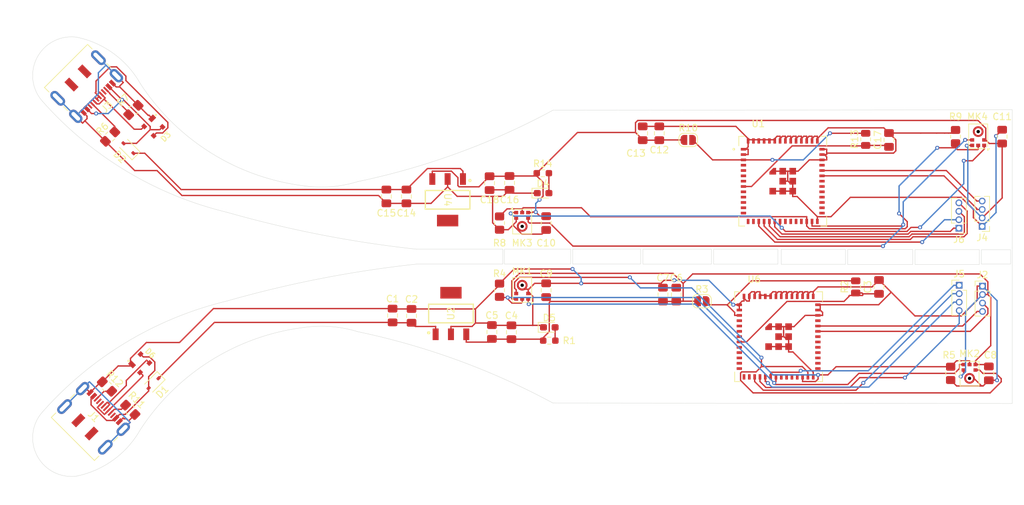
<source format=kicad_pcb>
(kicad_pcb (version 20240108) (generator "pcbnew") (generator_version "8.0")
  (layers (0 "F.Cu" signal) (31 "B.Cu" signal) (34 "B.Paste" user) (35 "F.Paste" user) (36 "B.SilkS" user "B.Silkscreen") (37 "F.SilkS" user "F.Silkscreen") (38 "B.Mask" user) (39 "F.Mask" user) (44 "Edge.Cuts" user))
  (net 0 "")
  (net 1 "GND")
  (net 2 "/VCC_5")
  (net 3 "/CHIP_PU")
  (net 4 "/VCC_3V3")
  (net 5 "/VBUS")
  (net 6 "/ESP_3V3")
  (net 9 "Net-(D5-A)")
  (net 10 "/TXD0")
  (net 11 "/RXD0")
  (net 12 "/BoardR/GPIO23")
  (net 13 "/GPIO35")
  (net 14 "/GPIO36")
  (net 15 "/GPIO10")
  (net 16 "/BoardR/GPIO25")
  (net 17 "/GPIO26")
  (net 18 "/GPIO34")
  (net 19 "/GPIO21")
  (net 20 "/GPIO33")
  (net 21 "/GPIO0")
  (net 22 "/GPIO37")
  (net 23 "/GPIO18")
  (net 24 "/GPIO13")
  (net 25 "/BoardR/GPIO27")
  (net 26 "/GPIO39")
  (net 27 "/GPIO5")
  (net 28 "/BoardR/GPIO32")
  (net 29 "/BoardR/GPIO22")
  (net 30 "/GPIO38")
  (net 31 "/BoardR/GPIO19")
  (net 32 "/GPIO12")
  (net 33 "/GPIO14")
  (net 34 "/GPIO2")
  (net 35 "/GPIO4")
  (net 36 "/GPIO9")
  (net 37 "/GPIO15")
  (net 38 "/CC2")
  (net 39 "/CC1")
  (net 40 "/D-")
  (net 41 "/D+")
  (net 42 "/BoardR/VCC_3V3")
  (net 43 "/BoardR/VCC_5")
  (net 44 "/BoardR/CHIP_PU")
  (net 45 "/BoardR/VBUS")
  (net 46 "/BoardR/D-")
  (net 47 "/BoardR/D+")
  (net 48 "Net-(D4-A)")
  (net 50 "/BoardR/CC1")
  (net 52 "/BoardR/CC2")
  (net 53 "/BoardR/TXD0")
  (net 54 "/BoardR/RXD0")
  (net 55 "/BoardR/GPIO13")
  (net 56 "/BoardR/GPIO14")
  (net 57 "/BoardR/GPIO15")
  (net 58 "/BoardR/GPIO12")
  (net 59 "/BoardR/GPIO21")
  (net 60 "/BoardR/ESP_3V3")
  (net 61 "/BoardR/GPIO39")
  (net 62 "/BoardR/GPIO2")
  (net 63 "/BoardR/GPIO38")
  (net 64 "/BoardR/GPIO37")
  (net 65 "/BoardR/GPIO34")
  (net 66 "/BoardR/GPIO5")
  (net 67 "/BoardR/GPIO0")
  (net 68 "/BoardR/GPIO33")
  (net 69 "/BoardR/GPIO18")
  (net 70 "/BoardR/GPIO4")
  (net 71 "/BoardR/GPIO9")
  (net 72 "/BoardR/GPIO26")
  (net 73 "/BoardR/GPIO36")
  (net 74 "/BoardR/GPIO10")
  (net 75 "/BoardR/GPIO35")
  (net 76 "/GPIO32")
  (net 77 "/GPIO19")
  (net 78 "/GPIO25")
  (net 79 "/GPIO23")
  (net 80 "/GPIO22")
  (net 81 "/GPIO27")
  (footprint "LED_SMD:LED_0603_1608Metric_Pad1.05x0.95mm_HandSolder" (layer "F.Cu") (at 143.47 125.58)
    (property "Reference" "D5")
    (property "Value" "LED")
  )
  (footprint "Library:SOT143B" (layer "F.Cu") (at 84 95.4 -135)
    (property "Reference" "D3")
    (property "Value" "PRTR5V0U2X_215")
  )
  (footprint "Resistor_SMD:R_0805_2012Metric_Pad1.20x1.40mm_HandSolder" (layer "F.Cu") (at 81 92.9 -135)
    (property "Reference" "R7")
    (property "Value" "5.1K")
  )
  (footprint "Library:SOT143B" (layer "F.Cu") (at 82.03 130.9825 -45)
    (property "Reference" "D6")
    (property "Value" "PRTR5V0U2X_215")
  )
  (footprint "Sensor_Audio:InvenSense_ICS-43434-6_3.5x2.65mm" (layer "F.Cu") (at 206.6 132.542)
    (property "Reference" "MK2")
    (property "Value" "ICS-43434" (hide yes))
  )
  (footprint "Resistor_SMD:R_0603_1608Metric_Pad0.98x0.95mm_HandSolder" (layer "F.Cu") (at 142.5 102.4)
    (property "Reference" "R14")
    (property "Value" "5.1K")
  )
  (footprint "Capacitor_SMD:C_0805_2012Metric_Pad1.18x1.45mm_HandSolder" (layer "F.Cu") (at 162.55 120.65 90)
    (property "Reference" "C6")
    (property "Value" "0.1uF")
  )
  (footprint "Capacitor_SMD:C_0805_2012Metric_Pad1.18x1.45mm_HandSolder" (layer "F.Cu") (at 157.5 96.4 90)
    (property "Reference" "C13")
    (property "Value" "0.1uF")
  )
  (footprint "Capacitor_SMD:C_0805_2012Metric_Pad1.18x1.45mm_HandSolder" (layer "F.Cu") (at 134.85 126.28 90)
    (property "Reference" "C5")
    (property "Value" "10uF")
  )
  (footprint "Sensor_Audio:InvenSense_ICS-43434-6_3.5x2.65mm" (layer "F.Cu") (at 207.9 96.858 180)
    (property "Reference" "MK4")
    (property "Value" "ICS-43434")
  )
  (footprint "Connector_PinHeader_1.27mm:PinHeader_1x04_P1.27mm_Vertical" (layer "F.Cu") (at 208.5 110.4 180)
    (property "Reference" "J4")
    (property "Value" "Conn_01x04_Pin")
  )
  (footprint "Connector_USB:USB_C_Receptacle_JAE_DX07S016JA1R1500" (layer "F.Cu") (at 74.5299 139.7401 -45)
    (property "Reference" "J1")
    (property "Value" "USB_C_Receptacle_USB2.0_16P")
  )
  (footprint "Capacitor_SMD:C_0805_2012Metric_Pad1.18x1.45mm_HandSolder" (layer "F.Cu") (at 194.5 97.4 90)
    (property "Reference" "C17")
    (property "Value" "1uF")
  )
  (footprint "Capacitor_SMD:C_0805_2012Metric_Pad1.18x1.45mm_HandSolder" (layer "F.Cu") (at 137.5 103.8625 -90)
    (property "Reference" "C16")
    (property "Value" "0.1uF")
  )
  (footprint "Capacitor_SMD:C_0805_2012Metric_Pad1.18x1.45mm_HandSolder" (layer "F.Cu") (at 211.5 96.9 90)
    (property "Reference" "C11")
    (property "Value" ".1uF")
  )
  (footprint "Connector_PinHeader_1.27mm:PinHeader_1x04_P1.27mm_Vertical" (layer "F.Cu") (at 208.55 119.38)
    (property "Reference" "J2")
    (property "Value" "Conn_01x04_Pin")
  )
  (footprint "ESP32_MINI_1U_N4:MODULE_ESP32-MINI-1U-N4" (layer "F.Cu") (at 177.92 126.98)
    (property "Reference" "U6")
    (property "Value" "ESP32-MINI-1U-N4")
  )
  (footprint "Sensor_Audio:InvenSense_ICS-43434-6_3.5x2.65mm" (layer "F.Cu") (at 139.4 119.958 180)
    (property "Reference" "MK1")
    (property "Value" "ICS-43434" (hide yes))
  )
  (footprint "Connector_USB:USB_C_Receptacle_JAE_DX07S016JA1R1500" (layer "F.Cu") (at 73.5 88.9 -135)
    (property "Reference" "J3")
    (property "Value" "USB_C_Receptacle_USB2.0_16P")
  )
  (footprint "Resistor_SMD:R_0805_2012Metric_Pad1.20x1.40mm_HandSolder" (layer "F.Cu") (at 136 120 90)
    (property "Reference" "R4")
    (property "Value" "100k")
  )
  (footprint "Connector_PinHeader_1.27mm:PinHeader_1x04_P1.27mm_Vertical" (layer "F.Cu") (at 205.05 119.25)
    (property "Reference" "J5")
    (property "Value" "Conn_01x04_Pin")
  )
  (footprint "Capacitor_SMD:C_0805_2012Metric_Pad1.18x1.45mm_HandSolder" (layer "F.Cu") (at 137.79 126.32 90)
    (property "Reference" "C4")
    (property "Value" "0.1uF")
  )
  (footprint "Capacitor_SMD:C_0805_2012Metric_Pad1.18x1.45mm_HandSolder" (layer "F.Cu") (at 119.93 123.8 90)
    (property "Reference" "C1")
    (property "Value" "10uF")
  )
  (footprint "Resistor_SMD:R_0805_2012Metric_Pad1.20x1.40mm_HandSolder" (layer "F.Cu") (at 80.53 137.9825 135)
    (property "Reference" "R11")
    (property "Value" "5.1K")
  )
  (footprint "ESP32_MINI_1U_N4:MODULE_ESP32-MINI-1U-N4" (layer "F.Cu") (at 178.54 103.6)
    (property "Reference" "U1")
    (property "Value" "ESP32-MINI-1U-N4")
  )
  (footprint "Sensor_Audio:InvenSense_ICS-43434-6_3.5x2.65mm" (layer "F.Cu") (at 139.4 109.69)
    (property "Reference" "MK3")
    (property "Value" "ICS-43434")
  )
  (footprint "Resistor_SMD:R_0603_1608Metric_Pad0.98x0.95mm_HandSolder" (layer "F.Cu") (at 143.47 127.58)
    (property "Reference" "R1")
    (property "Value" "5.1K")
  )
  (footprint "Capacitor_SMD:C_0805_2012Metric_Pad1.18x1.45mm_HandSolder" (layer "F.Cu") (at 122.78 123.8525 90)
    (property "Reference" "C2")
    (property "Value" "0.1uF")
  )
  (footprint "Capacitor_SMD:C_0805_2012Metric_Pad1.18x1.45mm_HandSolder" (layer "F.Cu") (at 160.55 120.65 90)
    (property "Reference" "C7")
    (property "Value" "10uF")
  )
  (footprint "Capacitor_SMD:C_0805_2012Metric_Pad1.18x1.45mm_HandSolder" (layer "F.Cu") (at 119 105.9 -90)
    (property "Reference" "C15")
    (property "Value" "0.1uF")
  )
  (footprint "Capacitor_SMD:C_0805_2012Metric_Pad1.18x1.45mm_HandSolder" (layer "F.Cu") (at 193 119.5 90)
    (property "Reference" "C3")
    (property "Value" "1uF")
  )
  (footprint "Resistor_SMD:R_0805_2012Metric_Pad1.20x1.40mm_HandSolder" (layer "F.Cu") (at 203.7625 132.5 -90)
    (property "Reference" "R5")
    (property "Value" "100k")
  )
  (footprint "TLV1117_50CDCYR:DCY0004A_N" (layer "F.Cu") (at 128.2 106.4 -90)
    (property "Reference" "U4")
    (property "Value" "LT1963AxST-3.3")
  )
  (footprint "Diode_SMD:D_SOD-323" (layer "F.Cu") (at 80.2575 98.6575 135)
    (property "Reference" "D2")
    (property "Value" "1N5819WS")
  )
  (footprint "Capacitor_SMD:C_0805_2012Metric_Pad1.18x1.45mm_HandSolder" (layer "F.Cu") (at 143 109.9 -90)
    (property "Reference" "C10")
    (property "Value" ".1uF")
  )
  (footprint "TLV1117_50CDCYR:DCY0004A_N" (layer "F.Cu") (at 128.7 123.5 90)
    (property "Reference" "U2")
    (property "Value" "LT1963AxST-3.3")
  )
  (footprint "Connector_PinHeader_1.27mm:PinHeader_1x04_P1.27mm_Vertical" (layer "F.Cu") (at 205 110.67 180)
    (property "Reference" "J6")
    (property "Value" "Conn_01x04_Pin")
  )
  (footprint "Resistor_SMD:R_0805_2012Metric_Pad1.20x1.40mm_HandSolder" (layer "F.Cu") (at 204.5 96.9 90)
    (property "Reference" "R9")
    (property "Value" "100k")
  )
  (footprint "Capacitor_SMD:C_0805_2012Metric_Pad1.18x1.45mm_HandSolder" (layer "F.Cu") (at 209.5 132.5 -90)
    (property "Reference" "C8")
    (property "Value" ".1uF")
  )
  (footprint "Resistor_SMD:R_0805_2012Metric" (layer "F.Cu") (at 189.5 119.5 90)
    (property "Reference" "R2")
    (property "Value" "10K")
  )
  (footprint "Resistor_SMD:R_0805_2012Metric" (layer "F.Cu") (at 191 97.3125 90)
    (property "Reference" "R13")
    (property "Value" "10K")
  )
  (footprint "Capacitor_SMD:C_0805_2012Metric_Pad1.18x1.45mm_HandSolder" (layer "F.Cu") (at 122.01 105.9 -90)
    (property "Reference" "C14")
    (property "Value" "10uF")
  )
  (footprint "Resistor_SMD:R_0805_2012Metric_Pad1.20x1.40mm_HandSolder" (layer "F.Cu") (at 77.03 134.4825 -45)
    (property "Reference" "R12")
    (property "Value" "5.1K")
  )
  (footprint "Capacitor_SMD:C_0805_2012Metric_Pad1.18x1.45mm_HandSolder" (layer "F.Cu") (at 143 120 90)
    (property "Reference" "C9")
    (property "Value" ".1uF")
  )
  (footprint "LED_SMD:LED_0603_1608Metric_Pad1.05x0.95mm_HandSolder" (layer "F.Cu") (at 142.5375 105.4)
    (property "Reference" "D4")
    (property "Value" "LED")
  )
  (footprint "Resistor_SMD:R_0805_2012Metric_Pad1.20x1.40mm_HandSolder" (layer "F.Cu") (at 136 109.9 -90)
    (property "Reference" "R8")
    (property "Value" "100k")
  )
  (footprint "Jumper:SolderJumper-2_P1.3mm_Open_RoundedPad1.0x1.5mm" (layer "F.Cu") (at 166.4 121.65)
    (property "Reference" "R3")
    (property "Value" "0")
  )
  (footprint "Capacitor_SMD:C_0805_2012Metric_Pad1.18x1.45mm_HandSolder" (layer "F.Cu") (at 134.5 103.9 -90)
    (property "Reference" "C18")
    (property "Value" "10uF")
  )
  (footprint "Resistor_SMD:R_0805_2012Metric_Pad1.20x1.40mm_HandSolder" (layer "F.Cu") (at 77.5 96.9 45)
    (property "Reference" "R6")
    (property "Value" "5.1K")
  )
  (footprint "Diode_SMD:D_SOD-323" (layer "F.Cu") (at 84.03 133.9825 -135)
    (property "Reference" "D1")
    (property "Value" "1N5819WS")
  )
  (footprint "Jumper:SolderJumper-2_P1.3mm_Open_RoundedPad1.0x1.5mm" (layer "F.Cu") (at 164.35 97.4)
    (property "Reference" "R10")
    (property "Value" "0")
  )
  (footprint "Capacitor_SMD:C_0805_2012Metric_Pad1.18x1.45mm_HandSolder" (layer "F.Cu") (at 160 96.4 90)
    (property "Reference" "C12")
    (property "Value" "10uF")
  )
  (gr_arc (start 123.539425 113.830418) (mid 109.184571 111.662595) (end 95.066009 108.282136) (stroke (width 0.05)) (layer "Edge.Cuts"))
  (gr_line (start 213 113.649999) (end 213 116.25) (stroke (width 0.05)) (layer "Edge.Cuts"))
  (gr_arc (start 82.036406 140.973349) (mid 78.030045 145.482524) (end 72.521 147.938946) (stroke (width 0.05)) (layer "Edge.Cuts"))
  (gr_rect (start 198.411109 113.9) (end 208.08 116.139163) (stroke (width 0.05)) (fill none) (layer "Edge.Cuts"))
  (gr_arc (start 72.521 147.938946) (mid 66.559397 144.937532) (end 67.340817 138.308915) (stroke (width 0.05)) (layer "Edge.Cuts"))
  (gr_line (start 123.539425 116.069581) (end 136.500187 116.069581) (stroke (width 0.05)) (layer "Edge.Cuts"))
  (gr_line (start 213 92.863886) (end 144.021315 92.936113) (stroke (width 0.05)) (layer "Edge.Cuts"))
  (gr_arc (start 114.697531 126.232293) (mid 129.74862 130.534619) (end 144.021315 136.963886) (stroke (width 0.05)) (layer "Edge.Cuts"))
  (gr_line (start 136.500187 116.069581) (end 136.501109 113.830418) (stroke (width 0.05)) (layer "Edge.Cuts"))
  (gr_arc (start 114.697531 103.667706) (mid 110.761963 104.425603) (end 106.755437 104.321441) (stroke (width 0.05)) (layer "Edge.Cuts"))
  (gr_line (start 136.501109 113.830418) (end 123.539425 113.830418) (stroke (width 0.05)) (layer "Edge.Cuts"))
  (gr_line (start 213 92.863886) (end 213 113.649999) (stroke (width 0.05)) (layer "Edge.Cuts"))
  (gr_arc (start 82.036406 140.973349) (mid 92.686222 130.530732) (end 106.755437 125.578558) (stroke (width 0.05)) (layer "Edge.Cuts"))
  (gr_arc (start 106.755437 125.578558) (mid 110.761963 125.474398) (end 114.697531 126.232293) (stroke (width 0.05)) (layer "Edge.Cuts"))
  (gr_rect (start 168.15 113.840419) (end 177.818891 116.079582) (stroke (width 0.05)) (fill none) (layer "Edge.Cuts"))
  (gr_arc (start 95.066009 121.617863) (mid 109.18457 118.237401) (end 123.539425 116.069581) (stroke (width 0.05)) (layer "Edge.Cuts"))
  (gr_arc (start 106.755437 104.321441) (mid 92.686222 99.369267) (end 82.036406 88.92665) (stroke (width 0.05)) (layer "Edge.Cuts"))
  (gr_arc (start 67.340817 138.308915) (mid 79.918914 127.829732) (end 95.066009 121.617863) (stroke (width 0.05)) (layer "Edge.Cuts"))
  (gr_rect (start 208.38 113.91) (end 212.77 116.07) (stroke (width 0.05)) (fill none) (layer "Edge.Cuts"))
  (gr_arc (start 72.521 81.961053) (mid 78.030046 84.417474) (end 82.036406 88.92665) (stroke (width 0.05)) (layer "Edge.Cuts"))
  (gr_rect (start 178.301109 113.860418) (end 187.97 116.099581) (stroke (width 0.05)) (fill none) (layer "Edge.Cuts"))
  (gr_rect (start 146.98 113.830419) (end 157.188891 116.069582) (stroke (width 0.05)) (fill none) (layer "Edge.Cuts"))
  (gr_arc (start 67.340817 91.591084) (mid 66.559364 84.962449) (end 72.521 81.961053) (stroke (width 0.05)) (layer "Edge.Cuts"))
  (gr_line (start 144.021315 136.963886) (end 213 137.036113) (stroke (width 0.05)) (layer "Edge.Cuts"))
  (gr_arc (start 144.021315 92.936113) (mid 129.74862 99.36538) (end 114.697531 103.667706) (stroke (width 0.05)) (layer "Edge.Cuts"))
  (gr_rect (start 157.54 113.840419) (end 167.838891 116.079582) (stroke (width 0.05)) (fill none) (layer "Edge.Cuts"))
  (gr_rect (start 136.73 113.830837) (end 146.678891 116.07) (stroke (width 0.05)) (fill none) (layer "Edge.Cuts"))
  (gr_line (start 213 116.25) (end 213 137.036113) (stroke (width 0.05)) (layer "Edge.Cuts"))
  (gr_rect (start 188.281109 113.880418) (end 198.07 116.119581) (stroke (width 0.05)) (fill none) (layer "Edge.Cuts"))
  (gr_arc (start 95.066009 108.282136) (mid 79.918914 102.070267) (end 67.340817 91.591084) (stroke (width 0.05)) (layer "Edge.Cuts"))
  (segment (start 73.3667 134.7939) (end 73.897 134.7939) (width 0.2) (layer "F.Cu") (net 1))
  (segment (start 208.6399 134.3976) (end 209.5 133.5375) (width 0.2) (layer "F.Cu") (net 1))
  (segment (start 204.6601 134.3976) (end 208.52 134.3976) (width 0.2) (layer "F.Cu") (net 1))
  (segment (start 181.8708 120.2283) (end 182.32 120.2283) (width 0.2) (layer "F.Cu") (net 1))
  (segment (start 185.1417 99.3829) (end 185.1417 99.6) (width 0.2) (layer "F.Cu") (net 1))
  (segment (start 171.3183 122.18) (end 171.1169 122.18) (width 0.2) (layer "F.Cu") (net 1))
  (segment (start 183.8483 119.5) (end 183.12 120.2283) (width 0.2) (layer "F.Cu") (net 1))
  (segment (start 173.34 97.55) (end 173.34 97.1991) (width 0.2) (layer "F.Cu") (net 1))
  (segment (start 131.8682 125.4483) (end 132.3831 124.9334) (width 0.2) (layer "F.Cu") (net 1))
  (segment (start 181.6908 96.8483) (end 182.14 96.8483) (width 0.2) (layer "F.Cu") (net 1))
  (segment (start 132.3831 124.9334) (end 134.5409 124.9334) (width 0.2) (layer "F.Cu") (net 1))
  (segment (start 83.3624 93.7017) (end 83.3623 93.7018) (width 0.2) (layer "F.Cu") (net 1))
  (segment (start 185.3581 95.581) (end 183.74 97.1991) (width 0.2) (layer "F.Cu") (net 1))
  (segment (start 146.96 116.81) (end 146.9 116.78) (width 0.2) (layer "F.Cu") (net 1))
  (segment (start 183.74 108.9483) (end 180.6934 105.9017) (width 0.2) (layer "F.Cu") (net 1))
  (segment (start 179.74 97.1991) (end 179.74 96.8483) (width 0.2) (layer "F.Cu") (net 1))
  (segment (start 80.5622 131.3897) (end 78.7086 131.3897) (width 0.2) (layer "F.Cu") (net 1))
  (segment (start 180.54 97.1991) (end 180.8908 96.8483) (width 0.2) (layer "F.Cu") (net 1))
  (segment (start 140.9898 120.9084) (end 140.3 120.2186) (width 0.2) (layer "F.Cu") (net 1))
  (segment (start 80.5622 131.3897) (end 80.5622 130.2499) (width 0.2) (layer "F.Cu") (net 1))
  (segment (start 180.72 120.5791) (end 181.0708 120.2283) (width 0.2) (layer "F.Cu") (net 1))
  (segment (start 203.7625 133.5) (end 204.6601 134.3976) (width 0.2) (layer "F.Cu") (net 1))
  (segment (start 177.92 126.98) (end 178.67 126.98) (width 0.2) (layer "F.Cu") (net 1))
  (segment (start 172.72 120.93) (end 172.72 121.2041) (width 0.2) (layer "F.Cu") (net 1))
  (segment (start 176.54 97.3745) (end 175.74 97.3745) (width 0.2) (layer "F.Cu") (net 1))
  (segment (start 207.1775 107.86) (end 205.3507 106.0332) (width 0.2) (layer "F.Cu") (net 1))
  (segment (start 182.5417 100.4) (end 184.44 100.4) (width 0.2) (layer "F.Cu") (net 1))
  (segment (start 173.52 120.93) (end 173.52 121.6317) (width 0.2) (layer "F.Cu") (net 1))
  (segment (start 146.9 116.78) (end 146.87 116.78) (width 0.2) (layer "F.Cu") (net 1))
  (segment (start 122.78 122.815) (end 132.3831 122.815) (width 0.2) (layer "F.Cu") (net 1))
  (segment (start 119.93 122.7625) (end 119.9825 122.815) (width 0.2) (layer "F.Cu") (net 1))
  (segment (start 134.85 125.2425) (end 134.89 125.2825) (width 0.2) (layer "F.Cu") (net 1))
  (segment (start 183.82 122.98) (end 184.1709 122.98) (width 0.2) (layer "F.Cu") (net 1))
  (segment (start 119.9825 122.815) (end 122.78 122.815) (width 0.2) (layer "F.Cu") (net 1))
  (segment (start 148.2775 118.9625) (end 160.245 118.9625) (width 0.2) (layer "F.Cu") (net 1))
  (segment (start 177.52 120.93) (end 177.52 120.5791) (width 0.2) (layer "F.Cu") (net 1))
  (segment (start 74.0316 94.2044) (end 74.0316 93.8157) (width 0.2) (layer "F.Cu") (net 1))
  (segment (start 180.04 105.1) (end 180.04 104.4017) (width 0.2) (layer "F.Cu") (net 1))
  (segment (start 138.7375 119.434028) (end 139.151472 119.848) (width 0.2) (layer "F.Cu") (net 1))
  (segment (start 77.8487 88.8646) (end 78.4157 89.4316) (width 0.2) (layer "F.Cu") (net 1))
  (segment (start 178.6708 120.2283) (end 179.12 120.2283) (width 0.2) (layer "F.Cu") (net 1))
  (segment (start 80.7926 131.1593) (end 80.5622 131.3897) (width 0.2) (layer "F.Cu") (net 1))
  (segment (start 178.94 97.1991) (end 178.94 96.8483) (width 0.2) (layer "F.Cu") (net 1))
  (segment (start 177.34 97.3745) (end 176.54 97.3745) (width 0.2) (layer "F.Cu") (net 1))
  (segment (start 140.3 119.9373) (end 141.06865 119.16865) (width 0.2) (layer "F.Cu") (net 1))
  (segment (start 194.5 96.3625) (end 193.7185 95.581) (width 0.2) (layer "F.Cu") (net 1))
  (segment (start 191.9625 119.5) (end 183.8483 119.5) (width 0.2) (layer "F.Cu") (net 1))
  (segment (start 180.04 103.6) (end 180.04 104.0008) (width 0.2) (layer "F.Cu") (net 1))
  (segment (start 177.52 120.5791) (end 177.8708 120.2283) (width 0.2) (layer "F.Cu") (net 1))
  (segment (start 184.7909 99.6) (end 185.1417 99.6) (width 0.2) (layer "F.Cu") (net 1))
  (segment (start 140.9898 125.2825) (end 142.2975 125.2825) (width 0.2) (layer "F.Cu") (net 1))
  (segment (start 185.1417 99.9508) (end 185.1417 100.4) (width 0.2) (layer "F.Cu") (net 1))
  (segment (start 208.4081 134.3976) (end 208.52 134.3976) (width 0.2) (layer "F.Cu") (net 1))
  (segment (start 184.5217 123.3308) (end 184.5217 123.78) (width 0.2) (layer "F.Cu") (net 1))
  (segment (start 173.8708 120.2283) (end 174.32 120.2283) (width 0.2) (layer "F.Cu") (net 1))
  (segment (start 178.67 125.48) (end 178.67 126.98) (width 0.2) (layer "F.Cu") (net 1))
  (segment (start 178.14 97.55) (end 178.14 97.1991) (width 0.2) (layer "F.Cu") (net 1))
  (segment (start 73.3633 94.8727) (end 73.7109 94.5251) (width 0.2) (layer "F.Cu") (net 1))
  (segment (start 183.2908 96.8483) (end 183.74 96.8483) (width 0.2) (layer "F.Cu") (net 1))
  (segment (start 175.92 120.93) (end 175.92 120.8422) (width 0.2) (layer "F.Cu") (net 1))
  (segment (start 84.5454 102.0072) (end 88.2894 105.7512) (width 0.2) (layer "F.Cu") (net 1))
  (segment (start 193.7185 95.581) (end 185.3581 95.581) (width 0.2) (layer "F.Cu") (net 1))
  (segment (start 179.42 128.48) (end 179.42 129.2817) (width 0.2) (layer "F.Cu") (net 1))
  (segment (start 138.5 109.7107) (end 138.0028 110.2079) (width 0.2) (layer "F.Cu") (net 1))
  (segment (start 184.44 98.8) (end 185.1417 98.8) (width 0.2) (layer "F.Cu") (net 1))
  (segment (start 134.5375 104.9) (end 137.5 104.9) (width 0.2) (layer "F.Cu") (net 1))
  (segment (start 125.7142 106.9375) (end 128.2 104.4517) (width 0.2) (layer "F.Cu") (net 1))
  (segment (start 142.3739 111.5636) (end 143 110.9375) (width 0.2) (layer "F.Cu") (net 1))
  (segment (start 195.5314 97.3939) (end 194.5 96.3625) (width 0.2) (layer "F.Cu") (net 1))
  (segment (start 80.5622 130.2499) (end 82.9484 127.8637) (width 0.2) (layer "F.Cu") (net 1))
  (segment (start 194.8345 120.297) (end 192.9515 122.18) (width 0.2) (layer "F.Cu") (net 1))
  (segment (start 81.7071 92.1929) (end 78.9458 89.4316) (width 0.2) (layer "F.Cu") (net 1))
  (segment (start 180.54 97.1991) (end 180.54 96.8483) (width 0.2) (layer "F.Cu") (net 1))
  (segment (start 142.2975 125.2825) (end 142.595 125.58) (width 0.2) (layer "F.Cu") (net 1))
  (segment (start 73.7109 94.5251) (end 74.0316 94.2044) (width 0.2) (layer "F.Cu") (net 1))
  (segment (start 177.0708 120.2283) (end 177.52 120.2283) (width 0.2) (layer "F.Cu") (net 1))
  (segment (start 175.12 120.7545) (end 175.12 120.2283) (width 0.2) (layer "F.Cu") (net 1))
  (segment (start 185.7812 108.9483) (end 183.74 108.9483) (width 0.2) (layer "F.Cu") (net 1))
  (segment (start 182.14 97.1991) (end 182.14 96.8483) (width 0.2) (layer "F.Cu") (net 1))
  (segment (start 76.3229 133.7754) (end 76.1105 133.7754) (width 0.2) (layer "F.Cu") (net 1))
  (segment (start 184.1709 122.18) (end 184.1709 122.98) (width 0.2) (layer "F.Cu") (net 1))
  (segment (start 80.5026 139.8768) (end 80.2763 139.6504) (width 0.2) (layer "F.Cu") (net 1))
  (segment (start 179.12 120.5791) (end 179.12 120.2283) (width 0.2) (layer "F.Cu") (net 1))
  (segment (start 132.3831 122.815) (end 132.3831 124.9334) (width 0.2) (layer "F.Cu") (net 1))
  (segment (start 160.245 118.9625) (end 160.7004 118.5071) (width 0.2) (layer "F.Cu") (net 1))
  (segment (start 138.7375 119.248) (end 138.7375 119.434028) (width 0.2) (layer "F.Cu") (net 1))
  (segment (start 181.0708 120.2283) (end 181.52 120.2283) (width 0.2) (layer "F.Cu") (net 1))
  (segment (start 183.74 109.65) (end 183.74 108.9483) (width 0.2) (layer "F.Cu") (net 1))
  (segment (start 119 106.9375) (end 122.01 106.9375) (width 0.2) (layer "F.Cu") (net 1))
  (segment (start 178.94 97.1991) (end 179.2908 96.8483) (width 0.2) (layer "F.Cu") (net 1))
  (segment (start 175.74 97.55) (end 175.74 97.3745) (width 0.2) (layer "F.Cu") (net 1))
  (segment (start 176.42 128.48) (end 177.92 128.48) (width 0.2) (layer "F.Cu") (net 1))
  (segment (start 134.9554 105.8824) (end 136.5176 105.8824) (width 0.2) (layer "F.Cu") (net 1))
  (segment (start 138 105.4) (end 141.6625 105.4) (width 0.2) (layer "F.Cu") (net 1))
  (segment (start 172.64 98.8) (end 172.9909 98.8) (width 0.2) (layer "F.Cu") (net 1))
  (segment (start 140.3 120.5) (end 140.3 120.2186) (width 0.2) (layer "F.Cu") (net 1))
  (segment (start 178.14 97.1991) (end 178.4908 96.8483) (width 0.2) (layer "F.Cu") (net 1))
  (segment (start 180.72 120.93) (end 180.72 120.5791) (width 0.2) (layer "F.Cu") (net 1))
  (segment (start 146.96 116.81) (end 138.25 116.81) (width 0.2) (layer "F.Cu") (net 1))
  (segment (start 179.92 120.5791) (end 179.92 120.2283) (width 0.2) (layer "F.Cu") (net 1))
  (segment (start 179.7425 104.0008) (end 179.3417 103.6) (width 0.2) (layer "F.Cu") (net 1))
  (segment (start 146.84 116.78) (end 146.96 116.81) (width 0.2) (layer "F.Cu") (net 1))
  (segment (start 180.72 120.5791) (end 180.72 120.2283) (width 0.2) (layer "F.Cu") (net 1))
  (segment (start 211.5 95.8625) (end 210.58 96.7825) (width 0.2) (layer "F.Cu") (net 1))
  (segment (start 183.74 97.1991) (end 183.74 96.8483) (width 0.2) (layer "F.Cu") (net 1))
  (segment (start 80.2763 139.6504) (end 81.2371 138.6896) (width 0.2) (layer "F.Cu") (net 1))
  (segment (start 180.0734 129.2817) (end 179.42 129.2817) (width 0.2) (layer "F.Cu") (net 1))
  (segment (start 172.02 122.18) (end 171.8946 122.18) (width 0.2) (layer "F.Cu") (net 1))
  (segment (start 182.14 97.1991) (end 182.4908 96.8483) (width 0.2) (layer "F.Cu") (net 1))
  (segment (start 185.1417 98.8) (end 185.1417 99.3829) (width 0.2) (layer "F.Cu") (net 1))
  (segment (start 180.8417 102.1) (end 182.5417 100.4) (width 0.2) (layer "F.Cu") (net 1))
  (segment (start 180.6934 105.9017) (end 180.04 105.9017) (width 0.2) (layer "F.Cu") (net 1))
  (segment (start 194.8345 120.297) (end 198.3992 123.8617) (width 0.2) (layer "F.Cu") (net 1))
  (segment (start 140.3893 119.848) (end 141.06865 119.16865) (width 0.2) (layer "F.Cu") (net 1))
  (segment (start 182.32 120.5791) (end 182.6708 120.2283) (width 0.2) (layer "F.Cu") (net 1))
  (segment (start 173.34 97.1991) (end 173.5154 97.3745) (width 0.2) (layer "F.Cu") (net 1))
  (segment (start 178.32 120.5791) (end 178.6708 120.2283) (width 0.2) (layer "F.Cu") (net 1))
  (segment (start 129.6307 105.8824) (end 134.9554 105.8824) (width 0.2) (layer "F.Cu") (net 1))
  (segment (start 179.1225 127.3808) (end 178.7217 126.98) (width 0.2) (layer "F.Cu") (net 1))
  (segment (start 178.14 97.1991) (end 178.14 96.8483) (width 0.2) (layer "F.Cu") (net 1))
  (segment (start 179.74 97.1991) (end 180.0908 96.8483) (width 0.2) (layer "F.Cu") (net 1))
  (segment (start 82.9484 127.8637) (end 87.9204 127.8637) (width 0.2) (layer "F.Cu") (net 1))
  (segment (start 195.5314 99.0345) (end 195.5314 97.3939) (width 0.2) (layer "F.Cu") (net 1))
  (segment (start 175.74 97.3745) (end 174.94 97.3745) (width 0.2) (layer "F.Cu") (net 1))
  (segment (start 177.8708 120.2283) (end 178.32 120.2283) (width 0.2) (layer "F.Cu") (net 1))
  (segment (start 117.8137 105.7512) (end 119 106.9375) (width 0.2) (layer "F.Cu") (net 1))
  (segment (start 172.4429 121.6317) (end 172.72 121.6317) (width 0.2) (layer "F.Cu") (net 1))
  (segment (start 171.5034 95.3625) (end 173.34 97.1991) (width 0.2) (layer "F.Cu") (net 1))
  (segment (start 180.2217 125.48) (end 181.9217 123.78) (width 0.2) (layer "F.Cu") (net 1))
  (segment (start 184.44 100.4) (end 185.1417 100.4) (width 0.2) (layer "F.Cu") (net 1))
  (segment (start 179.4708 120.2283) (end 179.92 120.2283) (width 0.2) (layer "F.Cu") (net 1))
  (segment (start 177.52 120.5791) (end 177.52 120.2283) (width 0.2) (layer "F.Cu") (net 1))
  (segment (start 141.2748 118.9625) (end 143 118.9625) (width 0.2) (layer "F.Cu") (net 1))
  (segment (start 171.8946 122.18) (end 171.7692 122.18) (width 0.2) (layer "F.Cu") (net 1))
  (segment (start 178.54 105.1) (end 180.04 105.1) (width 0.2) (layer "F.Cu") (net 1))
  (segment (start 173.52 120.93) (end 173.52 120.5791) (width 0.2) (layer "F.Cu") (net 1))
  (segment (start 203.4415 96.3625) (end 203.7395 96.3625) (width 0.2) (layer "F.Cu") (net 1))
  (segment (start 174.32 120.93) (end 174.32 120.5791) (width 0.2) (layer "F.Cu") (net 1))
  (segment (start 202.8454 96.3625) (end 203.4415 96.3625) (width 0.2) (layer "F.Cu") (net 1))
  (segment (start 76.1105 133.7754) (end 74.4945 135.3914) (width 0.2) (layer "F.Cu") (net 1))
  (segment (start 182.32 120.93) (end 182.32 120.5791) (width 0.2) (layer "F.Cu") (net 1))
  (segment (start 179.42 126.98) (end 179.42 127.3808) (width 0.2) (layer "F.Cu") (net 1))
  (segment (start 181.52 120.5791) (end 181.52 120.2283) (width 0.2) (layer "F.Cu") (net 1))
  (segment (start 172.64 99.6) (end 173.3417 99.6) (width 0.2) (layer "F.Cu") (net 1))
  (segment (start 122.01 106.9375) (end 125.7142 106.9375) (width 0.2) (layer "F.Cu") (net 1))
  (segment (start 184.1709 122.18) (end 183.82 122.18) (width 0.2) (layer "F.Cu") (net 1))
  (segment (start 79.4457 139.2085) (end 79.4456 139.2085) (width 0.2) (layer "F.Cu") (net 1))
  (segment (start 183.12 120.93) (end 183.12 120.2283) (width 0.2) (layer "F.Cu") (net 1))
  (segment (start 160.245 118.9625) (end 160.245 119.3075) (width 0.2) (layer "F.Cu") (net 1))
  (segment (start 181.9217 123.78) (end 183.82 123.78) (width 0.2) (layer "F.Cu") (net 1))
  (segment (start 174.6708 120.2283) (end 175.12 120.2283) (width 0.2) (layer "F.Cu") (net 1))
  (segment (start 180.04 102.1) (end 179.29 102.1) (width 0.2) (layer "F.Cu") (net 1))
  (segment (start 160.245 119.3075) (end 160.55 119.6125) (width 0.2) (layer "F.Cu") (net 1))
  (segment (start 194.5 96.3625) (end 199.2688 96.3625) (width 0.2) (layer "F.Cu") (net 1))
  (segment (start 184.44 99.6) (end 184.7909 99.6) (width 0.2) (layer "F.Cu") (net 1))
  (segment (start 203.7395 96.3625) (end 203.8885 96.3625) (width 0.2) (layer "F.Cu") (net 1))
  (segment (start 177.6908 96.8483) (end 178.14 96.8483) (width 0.2) (layer "F.Cu") (net 1))
  (segment (start 78.8786 139.7755) (end 79.4456 139.2085) (width 0.2) (layer "F.Cu") (net 1))
  (segment (start 182.14 97.55) (end 182.14 97.1991) (width 0.2) (layer "F.Cu") (net 1))
  (segment (start 171.8946 122.18) (end 172.4429 121.6317) (width 0.2) (layer "F.Cu") (net 1))
  (segment (start 175.12 120.93) (end 175.12 120.7545) (width 0.2) (layer "F.Cu") (net 1))
  (segment (start 180.0908 96.8483) (end 180.54 96.8483) (width 0.2) (layer "F.Cu") (net 1))
  (segment (start 172.02 122.4308) (end 172.02 122.98) (width 0.2) (layer "F.Cu") (net 1))
  (segment (start 174.32 120.5791) (end 174.32 120.2283) (width 0.2) (layer "F.Cu") (net 1))
  (segment (start 176.72 120.93) (end 176.72 120.8422) (width 0.2) (layer "F.Cu") (net 1))
  (segment (start 180.8908 96.8483) (end 181.34 96.8483) (width 0.2) (layer "F.Cu") (net 1))
  (segment (start 180.54 97.55) (end 180.54 97.1991) (width 0.2) (layer "F.Cu") (net 1))
  (segment (start 136 119.1981) (end 136 119) (width 0.2) (layer "F.Cu") (net 1))
  (segment (start 210.58 96.7825) (end 210.58 96.829) (width 0.2) (layer "F.Cu") (net 1))
  (segment (start 174.94 97.55) (end 174.94 97.3745) (width 0.2) (layer "F.Cu") (net 1))
  (segment (start 157.5 95.3625) (end 160 95.3625) (width 0.2) (layer "F.Cu") (net 1))
  (segment (start 193 118.4625) (end 191.9625 119.5) (width 0.2) (layer "F.Cu") (net 1))
  (segment (start 137.5 104.9) (end 138 105.4) (width 0.2) (layer "F.Cu") (net 1))
  (segment (start 73.897 134.7939) (end 74.4945 135.3914) (width 0.2) (layer "F.Cu") (net 1))
  (segment (start 179.92 120.93) (end 179.92 120.5791) (width 0.2) (layer "F.Cu") (net 1))
  (segment (start 177.34 97.1991) (end 177.6908 96.8483) (width 0.2) (layer "F.Cu") (net 1))
  (segment (start 80.2763 139.6504) (end 79.952 139.3262) (width 0.2) (layer "F.Cu") (net 1))
  (segment (start 176.54 97.55) (end 176.54 97.3745) (width 0.2) (layer "F.Cu") (net 1))
  (segment (start 82.4615 92.9473) (end 81.7071 92.1929) (width 0.2) (layer "F.Cu") (net 1))
  (segment (start 141.06865 119.16865) (end 141.2748 118.9625) (width 0.2) (layer "F.Cu") (net 1))
  (segment (start 139.151472 119.848) (end 140.3893 119.848) (width 0.2) (layer "F.Cu") (net 1))
  (segment (start 176.72 120.5791) (end 177.0708 120.2283) (width 0.2) (layer "F.Cu") (net 1))
  (segment (start 93.0216 122.7625) (end 119.93 122.7625) (width 0.2) (layer "F.Cu") (net 1))
  (segment (start 137.79 125.2825) (end 140.9898 125.2825) (width 0.2) (layer "F.Cu") (net 1))
  (segment (start 182.94 97.55) (end 182.94 97.1991) (width 0.2) (layer "F.Cu") (net 1))
  (segment (start 160.7004 118.5071) (end 162.243 118.5071) (width 0.2) (layer "F.Cu") (net 1))
  (segment (start 177.34 97.3745) (end 177.34 97.1991) (width 0.2) (layer "F.Cu") (net 1))
  (segment (start 172.9909 98.8) (end 173.34 98.4509) (width 0.2) (layer "F.Cu") (net 1))
  (segment (start 192.9515 122.18) (end 184.1709 122.18) (width 0.2) (layer "F.Cu") (net 1))
  (segment (start 182.32 120.5791) (end 182.32 120.2283) (width 0.2) (layer "F.Cu") (net 1))
  (segment (start 181.52 120.5791) (end 181.8708 120.2283) (width 0.2) (layer "F.Cu") (net 1))
  (segment (start 81.193 102.0072) (end 84.5454 102.0072) (width 0.2) (layer "F.Cu") (net 1))
  (segment (start 134.5 104.9375) (end 134.5375 104.9) (width 0.2) (layer "F.Cu") (net 1))
  (segment (start 134.9554 109.8554) (end 136 110.9) (width 0.2) (layer "F.Cu") (net 1))
  (segment (start 73.4646 93.2487) (end 74.0316 93.8157) (width 0.2) (layer "F.Cu") (net 1))
  (segment (start 178.54 103.6) (end 179.29 103.6) (width 0.2) (layer "F.Cu") (net 1))
  (segment (start 128.2 103.275) (end 128.2 104.4517) (width 0.2) (layer "F.Cu") (net 1))
  (segment (start 201.6532 96.3625) (end 202.8454 96.3625) (width 0.2) (layer "F.Cu") (net 1))
  (segment (start 175.92 120.7545) (end 175.12 120.7545) (width 0.2) (layer "F.Cu") (net 1))
  (segment (start 181.34 97.55) (end 181.34 97.1991) (width 0.2) (layer "F.Cu") (net 1))
  (segment (start 160 95.3625) (end 171.5034 95.3625) (width 0.2) (layer "F.Cu") (net 1))
  (segment (start 174.94 97.3745) (end 174.14 97.3745) (width 0.2) (layer "F.Cu") (net 1))
  (segment (start 138.0028 110.2079) (end 139.3584 111.5636) (width 0.2) (layer "F.Cu") (net 1))
  (segment (start 148.2625 118.9625) (end 148.27 118.97) (width 0.2) (layer "F.Cu") (net 1))
  (segment (start 172.72 121.2041) (end 173.1476 121.6317) (width 0.2) (layer "F.Cu") (net 1))
  (segment (start 177.04 105.1) (end 178.54 105.1) (width 0.2) (layer "F.Cu") (net 1))
  (segment (start 178.32 120.5791) (end 178.32 120.2283) (width 0.2) (layer "F.Cu") (net 1))
  (segment (start 177.34 97.55) (end 177.34 97.3745) (width 0.2) (layer "F.Cu") (net 1))
  (segment (start 173.34 98.4509) (end 173.34 97.55) (width 0.2) (layer "F.Cu") (net 1))
  (segment (start 174.14 97.55) (end 174.14 97.3745) (width 0.2) (layer "F.Cu") (net 1))
  (segment (start 193 118.4625) (end 194.8345 120.297) (width 0.2) (layer "F.Cu") (net 1))
  (segment (start 160.55 119.6125) (end 162.55 119.6125) (width 0.2) (layer "F.Cu") (net 1))
  (segment (start 178.94 97.55) (end 178.94 97.1991) (width 0.2) (layer "F.Cu") (net 1))
  (segment (start 171.7692 122.18) (end 171.3183 122.18) (width 0.2) (layer "F.Cu") (net 1))
  (segment (start 178.32 120.93) (end 178.32 120.5791) (width 0.2) (layer "F.Cu") (net 1))
  (segment (start 140.9898 125.2825) (end 140.9898 120.9084) (width 0.2) (layer "F.Cu") (net 1))
  (segment (start 208.55 119.38) (end 207.7483 119.38) (width 0.2) (layer "F.Cu") (net 1))
  (segment (start 72.3368 93.8462) (end 73.3633 94.8727) (width 0.2) (layer "F.Cu") (net 1))
  (segment (start 174.32 120.5791) (end 174.6708 120.2283) (width 0.2) (layer "F.Cu") (net 1))
  (segment (start 188.6963 106.0332) (end 185.7812 108.9483) (width 0.2) (layer "F.Cu") (net 1))
  (segment (start 183.74 97.55) (end 183.74 97.1991) (width 0.2) (layer "F.Cu") (net 1))
  (segment (start 208.52 134.3976) (end 208.6399 134.3976) (width 0.2) (layer "F.Cu") (net 1))
  (segment (start 183.12 133.03) (end 183.12 132.3283) (width 0.2) (layer "F.Cu") (net 1))
  (segment (start 180.04 104.0008) (end 180.04 104.4017) (width 0.2) (layer "F.Cu") (net 1))
  (segment (start 184.1709 122.98) (end 184.5217 123.3308) (width 0.2) (layer "F.Cu") (net 1))
  (segment (start 138.0028 110.2079) (end 137.3107 110.9) (width 0.2) (layer "F.Cu") (net 1))
  (segment (start 180.04 104.0008) (end 179.7425 104.0008) (width 0.2) (layer "F.Cu") (net 1))
  (segment (start 181.34 97.1991) (end 181.6908 96.8483) (width 0.2) (layer "F.Cu") (net 1))
  (segment (start 73.7109 94.5251) (end 76.7929 97.6071) (width 0.2) (layer "F.Cu") (net 1))
  (segment (start 210.7324 133.5375) (end 209.5 133.5375) (width 0.2) (layer "F.Cu") (net 1))
  (segment (start 128.7 126.625) (end 128.7 125.4483) (width 0.2) (layer "F.Cu") (net 1))
  (segment (start 207.7482 121.4956) (end 207.7482 119.38) (width 0.2) (layer "F.Cu") (net 1))
  (segment (start 134.9554 105.8824) (end 134.9554 109.8554) (width 0.2) (layer "F.Cu") (net 1))
  (segment (start 139.3584 111.5636) (end 142.3739 111.5636) (width 0.2) (layer "F.Cu") (net 1))
  (segment (start 138.5 109.148) (end 138.5 109.7107) (width 0.2) (layer "F.Cu") (net 1))
  (segment (start 137.3107 110.9) (end 136 110.9) (width 0.2) (layer "F.Cu") (net 1))
  (segment (start 143 118.9625) (end 148.2625 118.9625) (width 0.2) (layer "F.Cu") (net 1))
  (segment (start 203.8885 96.3625) (end 204.0375 96.3625) (width 0.2) (layer "F.Cu") (net 1))
  (segment (start 184.7909 99.6) (end 185.1417 99.9508) (width 0.2) (layer "F.Cu") (net 1))
  (segment (start 179.12 120.93) (end 179.12 120.5791) (width 0.2) (layer "F.Cu") (net 1))
  (segment (start 82.4616 92.9473) (end 82.4615 92.9473) (width 0.2) (layer "F.Cu") (net 1))
  (segment (start 79.5634 139.3262) (end 79.4457 139.2085) (width 0.2) (layer "F.Cu") (net 1))
  (segment (start 175.92 120.8422) (end 176.72 120.8422) (width 0.2) (layer "F.Cu") (net 1))
  (segment (start 180.2708 120.2283) (end 180.72 120.2283) (width 0.2) (layer "F.Cu") (net 1))
  (segment (start 182.6708 120.2283) (end 183.12 120.2283) (width 0.2) (layer "F.Cu") (net 1))
  (segment (start 179.42 127.3808) (end 179.42 127.7817) (width 0.2) (layer "F.Cu") (net 1))
  (segment (start 136.5176 105.8824) (end 137.5 104.9) (width 0.2) (layer "F.Cu") (net 1))
  (segment (start 180.04 105.1) (end 180.04 105.9017) (width 0.2) (layer "F.Cu") (net 1))
  (segment (start 140.3 120.2186) (end 140.3 119.9373) (width 0.2) (layer "F.Cu") (net 1))
  (segment (start 132.3831 122.815) (end 136 119.1981) (width 0.2) (layer "F.Cu") (net 1))
  (segment (start 76.7929 97.6071) (end 81.193 102.0072) (width 0.2) (layer "F.Cu") (net 1))
  (segment (start 179.29 102.1) (end 178.54 102.1) (width 0.2) (layer "F.Cu") (net 1))
  (segment (start 178.54 102.1) (end 177.04 102.1) (width 0.2) (layer "F.Cu") (net 1))
  (segment (start 79.952 139.3262) (end 79.5634 139.3262) (width 0.2) (layer "F.Cu") (net 1))
  (segment (start 208.5 110.4) (end 207.1775 109.0775) (width 0.2) (layer "F.Cu") (net 1))
  (segment (start 78.9458 89.4316) (end 78.4157 89.4316) (width 0.2) (layer "F.Cu") (net 1))
  (segment (start 205.3821 123.8617) (end 207.7482 121.4956) (width 0.2) (layer "F.Cu") (net 1))
  (segment (start 178.67 125.48) (end 177.92 125.48) (width 0.2) (layer "F.Cu") (net 1))
  (segment (start 185.1417 99.3829) (end 195.183 99.3829) (width 0.2) (layer "F.Cu") (net 1))
  (segment (start 171.7692 122.18) (end 172.02 122.4308) (width 0.2) (layer "F.Cu") (net 1))
  (segment (start 176.72 120.8422) (end 176.72 120.5791) (width 0.2) (layer "F.Cu") (net 1))
  (segment (start 88.2894 105.7512) (end 117.8137 105.7512) (width 0.2) (layer "F.Cu") (net 1))
  (segment (start 78.9458 89.4316) (end 78.9458 89.2902) (width 0.2) (layer "F.Cu") (net 1))
  (segment (start 181.52 120.93) (end 181.52 120.5791) (width 0.2) (layer "F.Cu") (net 1))
  (segment (start 172.9909 98.8) (end 173.3417 98.8) (width 0.2) (layer "F.Cu") (net 1))
  (segment (start 179.12 120.5791) (end 179.4708 120.2283) (width 0.2) (layer "F.Cu") (net 1))
  (segment (start 182.94 97.1991) (end 183.2908 96.8483) (width 0.2) (layer "F.Cu") (net 1))
  (segment (start 179.29 103.6) (end 179.3417 103.6) (width 0.2) (layer "F.Cu") (net 1))
  (segment (start 175.92 120.8422) (end 175.92 120.7545) (width 0.2) (layer "F.Cu") (net 1))
  (segment (start 178.67 126.98) (end 178.7217 126.98) (width 0.2) (layer "F.Cu") (net 1))
  (segment (start 179.74 97.55) (end 179.74 97.1991) (width 0.2) (layer "F.Cu") (net 1))
  (segment (start 199.2688 96.3625) (end 201.6532 96.3625) (width 0.2) (layer "F.Cu") (net 1))
  (segment (start 78.7086 131.3897) (end 76.3229 133.7754) (width 0.2) (layer "F.Cu") (net 1))
  (segment (start 183.82 123.78) (end 184.5217 123.78) (width 0.2) (layer "F.Cu") (net 1))
  (segment (start 182.94 97.1991) (end 182.94 96.8483) (width 0.2) (layer "F.Cu") (net 1))
  (segment (start 207.7482 119.38) (end 207.7483 119.38) (width 0.2) (layer "F.Cu") (net 1))
  (segment (start 179.92 120.5791) (end 180.2708 120.2283) (width 0.2) (layer "F.Cu") (net 1))
  (segment (start 179.42 127.3808) (end 179.1225 127.3808) (width 0.2) (layer "F.Cu") (net 1))
  (segment (start 128.2 104.4517) (end 129.6307 105.8824) (width 0.2) (layer "F.Cu") (net 1))
  (segment (start 183.12 132.3283) (end 180.0734 129.2817) (width 0.2) (layer "F.Cu") (net 1))
  (segment (start 207.1775 109.0775) (end 207.1775 107.86) (width 0.2) (layer "F.Cu") (net 1))
  (segment (start 134.89 125.2825) (end 137.79 125.2825) (width 0.2) (layer "F.Cu") (net 1))
  (segment (start 179.2908 96.8483) (end 179.74 96.8483) (width 0.2) (layer "F.Cu") (net 1))
  (segment (start 172.72 121.2041) (end 172.72 121.6317) (width 0.2) (layer "F.Cu") (net 1))
  (segment (start 83.3623 93.7018) (end 83.2161 93.7018) (width 0.2) (layer "F.Cu") (net 1))
  (segment (start 78.9458 89.2902) (end 79.4727 88.7633) (width 0.2) (layer "F.Cu") (net 1))
  (segment (start 134.5409 124.9334) (end 134.85 125.2425) (width 0.2) (layer "F.Cu") (net 1))
  (segment (start 83.2161 93.7018) (end 82.4616 92.9473) (width 0.2) (layer "F.Cu") (net 1))
  (segment (start 83.8232 94.1626) (end 83.3624 93.7017) (width 0.2) (layer "F.Cu") (net 1))
  (segment (start 177.92 128.48) (end 179.42 128.48) (width 0.2) (layer "F.Cu") (net 1))
  (segment (start 205.3507 106.0332) (end 188.6963 106.0332) (width 0.2) (layer "F.Cu") (net 1))
  (segment (start 180.04 102.1) (end 180.8417 102.1) (width 0.2) (layer "F.Cu") (net 1))
  (segment (start 128.7 125.4483) (end 131.8682 125.4483) (width 0.2) (layer "F.Cu") (net 1))
  (segment (start 136 119) (end 138.22 116.78) (width 0.2) (layer "F.Cu") (net 1))
  (segment (start 181.34 97.1991) (end 181.34 96.8483) (width 0.2) (layer "F.Cu") (net 1))
  (segment (start 179.42 128.48) (end 179.42 127.7817) (width 0.2) (layer "F.Cu") (net 1))
  (segment (start 173.5154 97.3745) (end 174.14 97.3745) (width 0.2) (layer "F.Cu") (net 1))
  (segment (start 182.4908 96.8483) (end 182.94 96.8483) (width 0.2) (layer "F.Cu") (net 1))
  (segment (start 198.3992 123.8617) (end 205.3821 123.8617) (width 0.2) (layer "F.Cu") (net 1))
  (segment (start 173.3417 99.6) (end 173.3417 98.8) (width 0.2) (layer "F.Cu") (net 1))
  (segment (start 195.183 99.3829) (end 195.5314 99.0345) (width 0.2) (layer "F.Cu") (net 1))
  (segment (start 173.52 120.5791) (end 173.8708 120.2283) (width 0.2) (layer "F.Cu") (net 1))
  (segment (start 87.9204 127.8637) (end 93.0216 122.7625) (width 0.2) (layer "F.Cu") (net 1))
  (segment (start 179.29 102.1) (end 179.29 103.6) (width 0.2) (layer "F.Cu") (net 1))
  (segment (start 178.67 125.48) (end 179.42 125.48) (width 0.2) (layer "F.Cu") (net 1))
  (segment (start 178.4908 96.8483) (end 178.94 96.8483) (width 0.2) (layer "F.Cu") (net 1))
  (segment (start 179.42 125.48) (end 180.2217 125.48) (width 0.2) (layer "F.Cu") (net 1))
  (segment (start 138.25 116.81) (end 138.22 116.78) (width 0.2) (layer "F.Cu") (net 1))
  (segment (start 204.0375 96.3625) (end 204.5 95.9) (width 0.2) (layer "F.Cu") (net 1))
  (segment (start 177.92 125.48) (end 176.42 125.48) (width 0.2) (layer "F.Cu") (net 1))
  (segment (start 78.4462 87.7368) (end 79.4727 88.7633) (width 0.2) (layer "F.Cu") (net 1))
  (segment (start 207.2625 133.252) (end 208.4081 134.3976) (width 0.2) (layer "F.Cu") (net 1))
  (segment (start 173.1476 121.6317) (end 173.52 121.6317) (width 0.2) (layer "F.Cu") (net 1))
  (segment (start 79.4761 140.9033) (end 80.5026 139.8768) (width 0.2) (layer "F.Cu") (net 1))
  (segment (start 148.27 118.97) (end 148.2775 118.9625) (width 0.2) (layer "F.Cu") (net 1))
  (via (at 162.243 118.5071) (size 0.6) (drill 0.3) (layers "F.Cu" "B.Cu") (net 1))
  (via (at 210.7324 133.5375) (size 0.6) (drill 0.3) (layers "F.Cu" "B.Cu") (net 1))
  (via (at 210.58 96.829) (size 0.6) (drill 0.3) (layers "F.Cu" "B.Cu") (net 1))
  (via (at 171.1169 122.18) (size 0.6) (drill 0.3) (layers "F.Cu" "B.Cu") (net 1))
  (via (at 146.96 116.81) (size 0.6) (drill 0.3) (layers "F.Cu" "B.Cu") (net 1))
  (via (at 148.27 118.97) (size 0.6) (drill 0.3) (layers "F.Cu" "B.Cu") (net 1))
  (segment (start 76.8741 86.1647) (end 75.7415 87.2973) (width 0.2) (layer "B.Cu") (net 1))
  (segment (start 75.7415 90.4415) (end 72.3368 93.8462) (width 0.2) (layer "B.Cu") (net 1))
  (segment (start 75.7415 87.2973) (end 75.7415 90.4415) (width 0.2) (layer "B.Cu") (net 1))
  (segment (start 80.5026 139.8768) (end 74.3932 133.7674) (width 0.2) (layer "B.Cu") (net 1))
  (segment (start 79.4761 140.9033) (end 80.5026 139.8768) (width 0.2) (layer "B.Cu") (net 1))
  (segment (start 70.662 137.4986) (end 73.3667 134.7939) (width 0.2) (layer "B.Cu") (net 1))
  (segment (start 69.6321 91.1415) (end 72.3368 93.8462) (width 0.2) (layer "B.Cu") (net 1))
  (segment (start 208.55 119.38) (end 210.7324 121.5624) (width 0.2) (layer "B.Cu") (net 1))
  (segment (start 75.7415 85.0321) (end 76.8741 86.1647) (width 0.2) (layer "B.Cu") (net 1))
  (segment (start 148.26 118.11) (end 148.26 118.95) (width 0.2) (layer "B.Cu") (net 1))
  (segment (start 171.1169 122.18) (end 167.444 118.5071) (width 0.2) (layer "B.Cu") (net 1))
  (segment (start 73.3667 134.7939) (end 74.3932 133.7674) (width 0.2) (layer "B.Cu") (net 1))
  (segment (start 76.7714 143.608) (end 79.4761 140.9033) (width 0.2) (layer "B.Cu") (net 1))
  (segment (start 210.7324 121.5624) (end 210.7324 133.5375) (width 0.2) (layer "B.Cu") (net 1))
  (segment (start 167.444 118.5071) (end 162.243 118.5071) (width 0.2) (layer "B.Cu") (net 1))
  (segment (start 76.8741 86.1647) (end 78.4462 87.7368) (width 0.2) (layer "B.Cu") (net 1))
  (segment (start 208.5 110.4) (end 210.58 108.32) (width 0.2) (layer "B.Cu") (net 1))
  (segment (start 210.58 108.32) (end 210.58 96.829) (width 0.2) (layer "B.Cu") (net 1))
  (segment (start 146.96 116.81) (end 148.26 118.11) (width 0.2) (layer "B.Cu") (net 1))
  (segment (start 119.9825 124.89) (end 119.93 124.8375) (width 0.2) (layer "F.Cu") (net 2))
  (segment (start 84.7725 133.24) (end 93.175 124.8375) (width 0.2) (layer "F.Cu") (net 2))
  (segment (start 93.175 124.8375) (end 119.93 124.8375) (width 0.2) (layer "F.Cu") (net 2))
  (segment (start 126.4 126.625) (end 126.4 125.4483) (width 0.2) (layer "F.Cu") (net 2))
  (segment (start 122.78 124.89) (end 119.9825 124.89) (width 0.2) (layer "F.Cu") (net 2))
  (segment (start 126.4 125.4483) (end 123.3383 125.4483) (width 0.2) (layer "F.Cu") (net 2))
  (segment (start 123.3383 125.4483) (end 122.78 124.89) (width 0.2) (layer "F.Cu") (net 2))
  (segment (start 190.5644 120.7316) (end 190.506 120.79) (width 0.2) (layer "F.Cu") (net 3))
  (segment (start 188.4988 120.8484) (end 188.4988 120.9254) (width 0.2) (layer "F.Cu") (net 3))
  (segment (start 190.4394 120.4125) (end 190.5644 120.5375) (width 0.2) (layer "F.Cu") (net 3))
  (segment (start 187.7459 121.6783) (end 179.1893 121.6783) (width 0.2) (layer "F.Cu") (net 3))
  (segment (start 173.0876 127.78) (end 172.02 127.78) (width 0.2) (layer "F.Cu") (net 3))
  (segment (start 190.5644 120.5375) (end 190.5644 120.7316) (width 0.2) (layer "F.Cu") (net 3))
  (segment (start 188.4988 120.9254) (end 187.7459 121.6783) (width 0.2) (layer "F.Cu") (net 3))
  (segment (start 179.1893 121.6783) (end 173.0876 127.78) (width 0.2) (layer "F.Cu") (net 3))
  (segment (start 188.5572 120.79) (end 188.4988 120.8484) (width 0.2) (layer "F.Cu") (net 3))
  (segment (start 190.506 120.79) (end 188.5572 120.79) (width 0.2) (layer "F.Cu") (net 3))
  (segment (start 190.5644 120.5375) (end 193 120.5375) (width 0.2) (layer "F.Cu") (net 3))
  (segment (start 189.5 120.4125) (end 190.4394 120.4125) (width 0.2) (layer "F.Cu") (net 3))
  (segment (start 208.55 120.65) (end 209.3517 120.65) (width 0.2) (layer "F.Cu") (net 4))
  (segment (start 207.5 131.178) (end 207.5 130.6153) (width 0.2) (layer "F.Cu") (net 4))
  (segment (start 138.9812 117.4595) (end 137.8413 118.5994) (width 0.2) (layer "F.Cu") (net 4))
  (segment (start 134.3658 127.8017) (end 134.85 127.3175) (width 0.2) (layer "F.Cu") (net 4))
  (segment (start 209.5 131.4625) (end 209.2155 131.178) (width 0.2) (layer "F.Cu") (net 4))
  (segment (start 209.3517 118.7419) (end 208.1657 117.5559) (width 0.2) (layer "F.Cu") (net 4))
  (segment (start 207.5 130.6153) (end 209.7829 128.3324) (width 0.2) (layer "F.Cu") (net 4))
  (segment (start 205.7 132.5627) (end 205.2852 132.9775) (width 0.2) (layer "F.Cu") (net 4))
  (segment (start 131 126.625) (end 131 127.8017) (width 0.2) (layer "F.Cu") (net 4))
  (segment (start 143.47 121.8675) (end 143.47 126.2225) (width 0.2) (layer "F.Cu") (net 4))
  (segment (start 162.55 121.6875) (end 160.55 121.6875) (width 0.2) (layer "F.Cu") (net 4))
  (segment (start 209.2155 131.178) (end 207.5 131.178) (width 0.2) (layer "F.Cu") (net 4))
  (segment (start 134.85 127.3175) (end 134.89 127.3575) (width 0.2) (layer "F.Cu") (net 4))
  (segment (start 143.47 126.2225) (end 142.335 127.3575) (width 0.2) (layer "F.Cu") (net 4))
  (segment (start 134.89 127.3575) (end 137.79 127.3575) (width 0.2) (layer "F.Cu") (net 4))
  (segment (start 162.0567 117.4595) (end 138.9812 117.4595) (width 0.2) (layer "F.Cu") (net 4))
  (segment (start 209.3517 120.65) (end 209.3517 118.7419) (width 0.2) (layer "F.Cu") (net 4))
  (segment (start 160.55 121.6875) (end 143.65 121.6875) (width 0.2) (layer "F.Cu") (net 4))
  (segment (start 137.8413 121.265) (end 137.8983 121.322) (width 0.2) (layer "F.Cu") (net 4))
  (segment (start 137.79 127.3575) (end 142.335 127.3575) (width 0.2) (layer "F.Cu") (net 4))
  (segment (start 165.0055 117.5559) (end 163.5793 118.9821) (width 0.2) (layer "F.Cu") (net 4))
  (segment (start 163.5793 118.9821) (end 162.0567 117.4595) (width 0.2) (layer "F.Cu") (net 4))
  (segment (start 137.8413 118.5994) (end 137.8413 121.265) (width 0.2) (layer "F.Cu") (net 4))
  (segment (start 162.5875 121.65) (end 162.55 121.6875) (width 0.2) (layer "F.Cu") (net 4))
  (segment (start 209.7829 128.3324) (end 209.7829 121.0812) (width 0.2) (layer "F.Cu") (net 4))
  (segment (start 142.335 127.3575) (end 142.5575 127.58) (width 0.2) (layer "F.Cu") (net 4))
  (segment (start 163.5793 121.65) (end 163.5793 118.9821) (width 0.2) (layer "F.Cu") (net 4))
  (segment (start 208.1657 117.5559) (end 165.0055 117.5559) (width 0.2) (layer "F.Cu") (net 4))
  (segment (start 143.65 121.6875) (end 143 121.0375) (width 0.2) (layer "F.Cu") (net 4))
  (segment (start 143.65 121.6875) (end 143.47 121.8675) (width 0.2) (layer "F.Cu") (net 4))
  (segment (start 209.7829 121.0812) (end 209.3517 120.65) (width 0.2) (layer "F.Cu") (net 4))
  (segment (start 205.7 132) (end 205.7 132.5627) (width 0.2) (layer "F.Cu") (net 4))
  (segment (start 163.5793 121.65) (end 162.5875 121.65) (width 0.2) (layer "F.Cu") (net 4))
  (segment (start 131 127.8017) (end 134.3658 127.8017) (width 0.2) (layer "F.Cu") (net 4))
  (segment (start 138.5 121.322) (end 137.8983 121.322) (width 0.2) (layer "F.Cu") (net 4))
  (segment (start 165.75 121.65) (end 163.5793 121.65) (width 0.2) (layer "F.Cu") (net 4))
  (via (at 205.2852 132.9775) (size 0.6) (drill 0.3) (layers "F.Cu" "B.Cu") (net 4))
  (segment (start 206 123.2) (end 206 132.2627) (width 0.2) (layer "B.Cu") (net 4))
  (segment (start 208.55 120.65) (end 206 123.2) (width 0.2) (layer "B.Cu") (net 4))
  (segment (start 206 132.2627) (end 205.2852 132.9775) (width 0.2) (layer "B.Cu") (net 4))
  (segment (start 76.9824 139.5872) (end 78.0062 139.5872) (width 0.2) (layer "F.Cu") (net 5))
  (segment (start 75.0249 135.9217) (end 74.6391 136.3075) (width 0.2) (layer "F.Cu") (net 5))
  (segment (start 83.2875 134.725) (end 83.2875 132.9968) (width 0.2) (layer "F.Cu") (net 5))
  (segment (start 74.6391 137.2439) (end 76.9824 139.5872) (width 0.2) (layer "F.Cu") (net 5))
  (segment (start 78.3483 139.2451) (end 78.9152 138.6782) (width 0.2) (layer "F.Cu") (net 5))
  (segment (start 83.4396 130.0291) (end 82.4909 130.0291) (width 0.2) (layer "F.Cu") (net 5))
  (segment (start 79.7625 138.6782) (end 83.2875 135.1532) (width 0.2) (layer "F.Cu") (net 5))
  (segment (start 84.2139 132.0704) (end 84.2139 130.8034) (width 0.2) (layer "F.Cu") (net 5))
  (segment (start 82.0654 129.6036) (end 82.4909 130.0291) (width 0.2) (layer "F.Cu") (net 5))
  (segment (start 78.9152 138.6782) (end 79.7625 138.6782) (width 0.2) (layer "F.Cu") (net 5))
  (segment (start 74.6391 136.3075) (end 74.6391 137.2439) (width 0.2) (layer "F.Cu") (net 5))
  (segment (start 83.2875 132.9968) (end 84.2139 132.0704) (width 0.2) (layer "F.Cu") (net 5))
  (segment (start 84.2139 130.8034) (end 83.4396 130.0291) (width 0.2) (layer "F.Cu") (net 5))
  (segment (start 78.0062 139.5872) (end 78.3483 139.2451) (width 0.2) (layer "F.Cu") (net 5))
  (segment (start 83.2875 135.1532) (end 83.2875 134.725) (width 0.2) (layer "F.Cu") (net 5))
  (segment (start 170.1979 122.2242) (end 171.3183 123.3447) (width 0.2) (layer "F.Cu") (net 6))
  (segment (start 172.02 123.78) (end 171.3183 123.78) (width 0.2) (layer "F.Cu") (net 6))
  (segment (start 171.3183 123.3447) (end 171.3183 123.78) (width 0.2) (layer "F.Cu") (net 6))
  (segment (start 170.1979 122.2242) (end 173.8346 118.5875) (width 0.2) (layer "F.Cu") (net 6))
  (segment (start 173.8346 118.5875) (end 189.5 118.5875) (width 0.2) (layer "F.Cu") (net 6))
  (segment (start 167.5881 122.1881) (end 170.1617 122.1881) (width 0.2) (layer "F.Cu") (net 6))
  (segment (start 167.05 121.65) (end 167.5881 122.1881) (width 0.2) (layer "F.Cu") (net 6))
  (segment (start 170.1617 122.1881) (end 170.1979 122.2242) (width 0.2) (layer "F.Cu") (net 6))
  (segment (start 144.3825 127.58) (end 144.345 127.5425) (width 0.2) (layer "F.Cu") (net 9))
  (segment (start 144.345 127.5425) (end 144.345 125.58) (width 0.2) (layer "F.Cu") (net 9))
  (segment (start 208.55 123.19) (end 207.7483 123.19) (width 0.2) (layer "F.Cu") (net 10))
  (segment (start 183.82 125.38) (end 205.5583 125.38) (width 0.2) (layer "F.Cu") (net 10))
  (segment (start 205.5583 125.38) (end 207.7483 123.19) (width 0.2) (layer "F.Cu") (net 10))
  (segment (start 209.3598 123.5308) (end 209.3598 122.7298) (width 0.2) (layer "F.Cu") (net 11))
  (segment (start 183.82 126.18) (end 206.7106 126.18) (width 0.2) (layer "F.Cu") (net 11))
  (segment (start 209.3598 122.7298) (end 208.55 121.92) (width 0.2) (layer "F.Cu") (net 11))
  (segment (start 206.7106 126.18) (end 209.3598 123.5308) (width 0.2) (layer "F.Cu") (net 11))
  (segment (start 181.4717 131.48) (end 175.3409 131.48) (width 0.2) (layer "F.Cu") (net 15))
  (segment (start 172.2056 133.5535) (end 174.0857 135.4336) (width 0.2) (layer "F.Cu") (net 15))
  (segment (start 209.6983 135.4336) (end 211.3563 133.7756) (width 0.2) (layer "F.Cu") (net 15))
  (segment (start 174.0857 135.4336) (end 209.6983 135.4336) (width 0.2) (layer "F.Cu") (net 15))
  (segment (start 138.5 120.5) (end 138.5 119.9373) (width 0.2) (layer "F.Cu") (net 15))
  (segment (start 211.3563 133.2972) (end 210.5591 132.5) (width 0.2) (layer "F.Cu") (net 15))
  (segment (start 175.3409 131.48) (end 174.5392 132.2817) (width 0.2) (layer "F.Cu") (net 15))
  (segment (start 175.3409 131.48) (end 175.3409 130.1399) (width 0.2) (layer "F.Cu") (net 15))
  (segment (start 182.32 132.6791) (end 182.32 133.03) (width 0.2) (layer "F.Cu") (net 15))
  (segment (start 174.5392 132.2817) (end 172.3646 132.2817) (width 0.2) (layer "F.Cu") (net 15))
  (segment (start 172.3646 132.2817) (end 172.2056 132.4407) (width 0.2) (layer "F.Cu") (net 15))
  (segment (start 207.5 132) (end 208.1017 132) (width 0.2) (layer "F.Cu") (net 15))
  (segment (start 138.2652 118.78) (end 138.2652 119.7025) (width 0.2) (layer "F.Cu") (net 15))
  (segment (start 155.5736 118.063) (end 138.9822 118.063) (width 0.2) (layer "F.Cu") (net 15))
  (segment (start 138.2652 119.7025) (end 138.5 119.9373) (width 0.2) (layer "F.Cu") (net 15))
  (segment (start 182.32 132.6791) (end 182.32 132.3283) (width 0.2) (layer "F.Cu") (net 15))
  (segment (start 210.5591 132.5) (end 208.6017 132.5) (width 0.2) (layer "F.Cu") (net 15))
  (segment (start 182.32 132.3283) (end 181.4717 131.48) (width 0.2) (layer "F.Cu") (net 15))
  (segment (start 172.2056 132.4407) (end 172.2056 133.5535) (width 0.2) (layer "F.Cu") (net 15))
  (segment (start 208.6017 132.5) (end 208.1017 132) (width 0.2) (layer "F.Cu") (net 15))
  (segment (start 138.9822 118.063) (end 138.2652 118.78) (width 0.2) (layer "F.Cu") (net 15))
  (segment (start 211.3563 133.7756) (end 211.3563 133.2972) (width 0.2) (layer "F.Cu") (net 15))
  (via (at 155.5736 118.063) (size 0.6) (drill 0.3) (layers "F.Cu" "B.Cu") (net 15))
  (via (at 175.3409 130.1399) (size 0.6) (drill 0.3) (layers "F.Cu" "B.Cu") (net 15))
  (segment (start 157.1584 119.6478) (end 164.8488 119.6478) (width 0.2) (layer "B.Cu") (net 15))
  (segment (start 155.5736 118.063) (end 157.1584 119.6478) (width 0.2) (layer "B.Cu") (net 15))
  (segment (start 164.8488 119.6478) (end 175.3409 130.1399) (width 0.2) (layer "B.Cu") (net 15))
  (segment (start 175.92 133.03) (end 175.92 133.7317) (width 0.2) (layer "F.Cu") (net 24))
  (segment (start 176.0808 133.7317) (end 176.3074 133.9583) (width 0.2) (layer "F.Cu") (net 24))
  (segment (start 175.92 133.7317) (end 176.0808 133.7317) (width 0.2) (layer "F.Cu") (net 24))
  (via (at 176.3074 133.9583) (size 0.6) (drill 0.3) (layers "F.Cu" "B.Cu") (net 24))
  (segment (start 176.9117 134.5626) (end 176.3074 133.9583) (width 0.2) (layer "B.Cu") (net 24))
  (segment (start 191.4757 134.5626) (end 176.9117 134.5626) (width 0.2) (layer "B.Cu") (net 24))
  (segment (start 205.05 121.79) (end 204.2483 121.79) (width 0.2) (layer "B.Cu") (net 24))
  (segment (start 204.2483 121.79) (end 191.4757 134.5626) (width 0.2) (layer "B.Cu") (net 24))
  (segment (start 175.12 133.7317) (end 176.0185 134.6302) (width 0.2) (layer "F.Cu") (net 32))
  (segment (start 188.6205 134.6302) (end 190.1072 133.1435) (width 0.2) (layer "F.Cu") (net 32))
  (segment (start 190.1072 133.1435) (end 196.8954 133.1435) (width 0.2) (layer "F.Cu") (net 32))
  (segment (start 175.12 133.03) (end 175.12 133.7317) (width 0.2) (layer "F.Cu") (net 32))
  (segment (start 176.0185 134.6302) (end 188.6205 134.6302) (width 0.2) (layer "F.Cu") (net 32))
  (via (at 196.8954 133.1435) (size 0.6) (drill 0.3) (layers "F.Cu" "B.Cu") (net 32))
  (segment (start 205.05 124.9889) (end 205.05 123.06) (width 0.2) (layer "B.Cu") (net 32))
  (segment (start 196.8954 133.1435) (end 205.05 124.9889) (width 0.2) (layer "B.Cu") (net 32))
  (segment (start 189.5477 135.0319) (end 190.6411 133.9385) (width 0.2) (layer "F.Cu") (net 33))
  (segment (start 174.32 133.03) (end 174.32 133.7317) (width 0.2) (layer "F.Cu") (net 33))
  (segment (start 175.6202 135.0319) (end 189.5477 135.0319) (width 0.2) (layer "F.Cu") (net 33))
  (segment (start 174.32 133.7317) (end 175.6202 135.0319) (width 0.2) (layer "F.Cu") (net 33))
  (via (at 190.6411 133.9385) (size 0.6) (drill 0.3) (layers "F.Cu" "B.Cu") (net 33))
  (segment (start 204.0596 120.52) (end 205.05 120.52) (width 0.2) (layer "B.Cu") (net 33))
  (segment (start 190.6411 133.9385) (end 204.0596 120.52) (width 0.2) (layer "B.Cu") (net 33))
  (segment (start 205.0983 131.7545) (end 204.3543 132.4985) (width 0.2) (layer "F.Cu") (net 34))
  (segment (start 140.3 121.8847) (end 140.3881 121.9728) (width 0.2) (layer "F.Cu") (net 34))
  (segment (start 205.7 131.178) (end 205.0983 131.178) (width 0.2) (layer "F.Cu") (net 34))
  (segment (start 177.4966 134.1797) (end 177.2601 133.9432) (width 0.2) (layer "F.Cu") (net 34))
  (segment (start 140.3881 121.9728) (end 140.3881 122.0866) (width 0.2) (layer "F.Cu") (net 34))
  (segment (start 177.4716 133.7317) (end 177.52 133.7317) (width 0.2) (layer "F.Cu") (net 34))
  (segment (start 204.3543 132.4985) (end 189.9799 132.4985) (width 0.2) (layer "F.Cu") (net 34))
  (segment (start 177.2601 133.9432) (end 177.4716 133.7317) (width 0.2) (layer "F.Cu") (net 34))
  (segment (start 205.0983 131.178) (end 205.0983 131.7545) (width 0.2) (layer "F.Cu") (net 34))
  (segment (start 140.3 121.322) (end 140.3 121.8847) (width 0.2) (layer "F.Cu") (net 34))
  (segment (start 188.2987 134.1797) (end 177.4966 134.1797) (width 0.2) (layer "F.Cu") (net 34))
  (segment (start 177.52 133.03) (end 177.52 133.7317) (width 0.2) (layer "F.Cu") (net 34))
  (segment (start 189.9799 132.4985) (end 188.2987 134.1797) (width 0.2) (layer "F.Cu") (net 34))
  (via (at 140.3881 122.0866) (size 0.6) (drill 0.3) (layers "F.Cu" "B.Cu") (net 34))
  (via (at 177.2601 133.9432) (size 0.6) (drill 0.3) (layers "F.Cu" "B.Cu") (net 34))
  (segment (start 165.4035 122.0866) (end 140.3881 122.0866) (width 0.2) (layer "B.Cu") (net 34))
  (segment (start 177.2601 133.9432) (end 165.4035 122.0866) (width 0.2) (layer "B.Cu") (net 34))
  (segment (start 183.8471 132.7302) (end 183.8471 133.3562) (width 0.2) (layer "F.Cu") (net 36))
  (segment (start 183.8471 133.3562) (end 183.4716 133.7317) (width 0.2) (layer "F.Cu") (net 36))
  (segment (start 181.5215 133.7317) (end 181.52 133.7302) (width 0.2) (layer "F.Cu") (net 36))
  (segment (start 181.52 133.03) (end 181.52 133.7302) (width 0.2) (layer "F.Cu") (net 36))
  (segment (start 139.4 121.322) (end 139.4 121.8053) (width 0.2) (layer "F.Cu") (net 36))
  (segment (start 185.3269 132.7302) (end 183.8471 132.7302) (width 0.2) (layer "F.Cu") (net 36))
  (segment (start 137.2234 121.0965) (end 137.2234 121.305) (width 0.2) (layer "F.Cu") (net 36))
  (segment (start 206.6 131.178) (end 206.6 130.6153) (width 0.2) (layer "F.Cu") (net 36))
  (segment (start 136.0965 121.0965) (end 137.2234 121.0965) (width 0.2) (layer "F.Cu") (net 36))
  (segment (start 203.7625 131.5) (end 204.6472 130.6153) (width 0.2) (layer "F.Cu") (net 36))
  (segment (start 203.7625 131.5) (end 186.5571 131.5) (width 0.2) (layer "F.Cu") (net 36))
  (segment (start 137.2234 121.305) (end 137.8485 121.9301) (width 0.2) (layer "F.Cu") (net 36))
  (segment (start 136 121) (end 136.0965 121.0965) (width 0.2) (layer "F.Cu") (net 36))
  (segment (start 183.4716 133.7317) (end 181.5215 133.7317) (width 0.2) (layer "F.Cu") (net 36))
  (segment (start 204.6472 130.6153) (end 206.6 130.6153) (width 0.2) (layer "F.Cu") (net 36))
  (segment (start 186.5571 131.5) (end 185.3269 132.7302) (width 0.2) (layer "F.Cu") (net 36))
  (segment (start 137.8485 121.9301) (end 139.2752 121.9301) (width 0.2) (layer "F.Cu") (net 36))
  (segment (start 139.2752 121.9301) (end 139.4 121.8053) (width 0.2) (layer "F.Cu") (net 36))
  (via (at 183.8471 132.7302) (size 0.6) (drill 0.3) (layers "F.Cu" "B.Cu") (net 36))
  (via (at 137.2234 121.0965) (size 0.6) (drill 0.3) (layers "F.Cu" "B.Cu") (net 36))
  (segment (start 165.4468 121.0966) (end 177.0804 132.7302) (width 0.2) (layer "B.Cu") (net 36))
  (segment (start 137.2234 121.0965) (end 165.4468 121.0965) (width 0.2) (layer "B.Cu") (net 36))
  (segment (start 165.4468 121.0965) (end 165.4468 121.0966) (width 0.2) (layer "B.Cu") (net 36))
  (segment (start 177.0804 132.7302) (end 183.8471 132.7302) (width 0.2) (layer "B.Cu") (net 36))
  (segment (start 176.72 133.03) (end 176.72 132.3283) (width 0.2) (layer "F.Cu") (net 37))
  (segment (start 181.0235 132.3283) (end 181.2415 132.1103) (width 0.2) (layer "F.Cu") (net 37))
  (segment (start 176.72 132.3283) (end 181.0235 132.3283) (width 0.2) (layer "F.Cu") (net 37))
  (via (at 181.2415 132.1103) (size 0.6) (drill 0.3) (layers "F.Cu" "B.Cu") (net 37))
  (segment (start 191.388 132.1103) (end 181.2415 132.1103) (width 0.2) (layer "B.Cu") (net 37))
  (segment (start 204.2483 119.25) (end 191.388 132.1103) (width 0.2) (layer "B.Cu") (net 37))
  (segment (start 205.05 119.25) (end 204.2483 119.25) (width 0.2) (layer "B.Cu") (net 37))
  (segment (start 78.1374 137.9004) (end 79.1979 137.9004) (width 0.2) (layer "F.Cu") (net 38))
  (segment (start 79.1979 137.9004) (end 79.8229 137.2754) (width 0.2) (layer "F.Cu") (net 38))
  (segment (start 77.5705 138.4673) (end 78.1374 137.9004) (width 0.2) (layer "F.Cu") (net 38))
  (segment (start 76.6055 135.1896) (end 75.4491 136.346) (width 0.2) (layer "F.Cu") (net 39))
  (segment (start 77.7371 135.1896) (end 76.6055 135.1896) (width 0.2) (layer "F.Cu") (net 39))
  (segment (start 82.4201 132.9106) (end 82.4201 132.7869) (width 0.2) (layer "F.Cu") (net 40))
  (segment (start 76.1562 137.0531) (end 75.5892 137.6201) (width 0.2) (layer "F.Cu") (net 40))
  (segment (start 81.9946 132.3614) (end 82.4201 132.7869) (width 0.2) (layer "F.Cu") (net 40))
  (segment (start 75.5892 137.6201) (end 76.6499 138.6808) (width 0.2) (layer "F.Cu") (net 40))
  (segment (start 77.2169 138.1138) (end 76.6499 138.6808) (width 0.2) (layer "F.Cu") (net 40))
  (segment (start 77.2169 138.1138) (end 82.4201 132.9106) (width 0.2) (layer "F.Cu") (net 40))
  (segment (start 79.9334 134.3164) (end 79.9334 133.5716) (width 0.2) (layer "F.Cu") (net 41))
  (segment (start 77.2435 137.0063) (end 77.0768 136.8396) (width 0.2) (layer "F.Cu") (net 41))
  (segment (start 77.2435 137.0064) (end 77.2435 137.0063) (width 0.2) (layer "F.Cu") (net 41))
  (segment (start 76.5098 137.4066) (end 77.0768 136.8396) (width 0.2) (layer "F.Cu") (net 41))
  (segment (start 77.4304 137.1932) (end 77.2436 137.0064) (width 0.2) (layer "F.Cu") (net 41))
  (segment (start 76.8634 137.7602) (end 77.4304 137.1932) (width 0.2) (layer "F.Cu") (net 41))
  (segment (start 77.2436 137.0064) (end 77.2435 137.0064) (width 0.2) (layer "F.Cu") (net 41))
  (segment (start 77.2435 137.0063) (end 79.9334 134.3164) (width 0.2) (layer "F.Cu") (net 41))
  (segment (start 79.9334 133.5716) (end 82.9834 130.5216) (width 0.2) (layer "F.Cu") (net 41))
  (segment (start 83.4089 130.9471) (end 82.9834 130.5216) (width 0.2) (layer "F.Cu") (net 41))
  (segment (start 134.5 102.8625) (end 132.9108 104.4517) (width 0.2) (layer "F.Cu") (net 42))
  (segment (start 147.7079 96.2796) (end 141.5875 102.4) (width 0.2) (layer "F.Cu") (net 42))
  (segment (start 137.5 102.825) (end 137.4625 102.8625) (width 0.2) (layer "F.Cu") (net 42))
  (segment (start 125.9 103.275) (end 125.9 102.0983) (width 0.2) (layer "F.Cu") (net 42))
  (segment (start 209.0358 95.6433) (end 207.8641 94.4716) (width 0.2) (layer "F.Cu") (net 42))
  (segment (start 209.5733 97.9375) (end 211.5 97.9375) (width 0.2) (layer "F.Cu") (net 42))
  (segment (start 142.0567 108.8625) (end 141.437 108.2428) (width 0.2) (layer "F.Cu") (net 42))
  (segment (start 128.7751 102.0983) (end 125.9 102.0983) (width 0.2) (layer "F.Cu") (net 42))
  (segment (start 140.9849 108.2428) (end 140.9017 108.326) (width 0.2) (layer "F.Cu") (net 42))
  (segment (start 157.5 97.4375) (end 157.5 97.3547) (width 0.2) (layer "F.Cu") (net 42))
  (segment (start 156.7584 94.4716) (end 156.4249 94.8051) (width 0.2) (layer "F.Cu") (net 42))
  (segment (start 141.5875 102.4) (end 141.5875 102.825) (width 0.2) (layer "F.Cu") (net 42))
  (segment (start 163.7 97.4) (end 160.0375 97.4) (width 0.2) (layer "F.Cu") (net 42))
  (segment (start 207.8641 94.4716) (end 156.7584 94.4716) (width 0.2) (layer "F.Cu") (net 42))
  (segment (start 208.8 97.4) (end 209.0358 97.4) (width 0.2) (layer "F.Cu") (net 42))
  (segment (start 129.7483 104.275) (end 129.7483 103.0715) (width 0.2) (layer "F.Cu") (net 42))
  (segment (start 132.9108 104.4517) (end 129.925 104.4517) (width 0.2) (layer "F.Cu") (net 42))
  (segment (start 160 97.4375) (end 157.5 97.4375) (width 0.2) (layer "F.Cu") (net 42))
  (segment (start 129.925 104.4517) (end 129.7483 104.275) (width 0.2) (layer "F.Cu") (net 42))
  (segment (start 140.3 108.326) (end 140.9017 108.326) (width 0.2) (layer "F.Cu") (net 42))
  (segment (start 141.437 108.2428) (end 140.9849 108.2428) (width 0.2) (layer "F.Cu") (net 42))
  (segment (start 160.0375 97.4) (end 160 97.4375) (width 0.2) (layer "F.Cu") (net 42))
  (segment (start 209.0358 97.4) (end 209.5733 97.9375) (width 0.2) (layer "F.Cu") (net 42))
  (segment (start 141.5875 102.825) (end 137.5 102.825) (width 0.2) (layer "F.Cu") (net 42))
  (segment (start 137.4625 102.8625) (end 134.5 102.8625) (width 0.2) (layer "F.Cu") (net 42))
  (segment (start 156.4249 96.2796) (end 147.7079 96.2796) (width 0.2) (layer "F.Cu") (net 42))
  (segment (start 157.5 97.3547) (end 156.4249 96.2796) (width 0.2) (layer "F.Cu") (net 42))
  (segment (start 143 108.8625) (end 142.0567 108.8625) (width 0.2) (layer "F.Cu") (net 42))
  (segment (start 141.5875 102.825) (end 142.5375 103.775) (width 0.2) (layer "F.Cu") (net 42))
  (segment (start 209.0358 97.4) (end 209.0358 95.6433) (width 0.2) (layer "F.Cu") (net 42))
  (segment (start 206.3551 98.2652) (end 206.3983 98.222) (width 0.2) (layer "F.Cu") (net 42))
  (segment (start 206.193 98.2652) (end 206.3551 98.2652) (width 0.2) (layer "F.Cu") (net 42))
  (segment (start 142.5375 103.775) (end 142.5375 105.8568) (width 0.2) (layer "F.Cu") (net 42))
  (segment (start 156.4249 94.8051) (end 156.4249 96.2796) (width 0.2) (layer "F.Cu") (net 42))
  (segment (start 207 98.222) (end 206.3983 98.222) (width 0.2) (layer "F.Cu") (net 42))
  (segment (start 208.5 109.13) (end 211.5 106.13) (width 0.2) (layer "F.Cu") (net 42))
  (segment (start 129.7483 103.0715) (end 128.7751 102.0983) (width 0.2) (layer "F.Cu") (net 42))
  (segment (start 211.5 106.13) (end 211.5 97.9375) (width 0.2) (layer "F.Cu") (net 42))
  (segment (start 142.5375 105.8568) (end 142.0092 106.3851) (width 0.2) (layer "F.Cu") (net 42))
  (via (at 142.0092 106.3851) (size 0.6) (drill 0.3) (layers "F.Cu" "B.Cu") (net 42))
  (via (at 206.193 98.2652) (size 0.6) (drill 0.3) (layers "F.Cu" "B.Cu") (net 42))
  (via (at 141.437 108.2428) (size 0.6) (drill 0.3) (layers "F.Cu" "B.Cu") (net 42))
  (segment (start 206.3425 98.4147) (end 206.193 98.2652) (width 0.2) (layer "B.Cu") (net 42))
  (segment (start 206.3425 106.9725) (end 206.3425 98.4147) (width 0.2) (layer "B.Cu") (net 42))
  (segment (start 208.5 109.13) (end 206.3425 106.9725) (width 0.2) (layer "B.Cu") (net 42))
  (segment (start 141.437 106.9573) (end 142.0092 106.3851) (width 0.2) (layer "B.Cu") (net 42))
  (segment (start 141.437 108.2428) (end 141.437 106.9573) (width 0.2) (layer "B.Cu") (net 42))
  (segment (start 130.5 102.0983) (end 130.0983 101.6966) (width 0.2) (layer "F.Cu") (net 43))
  (segment (start 130.5 103.275) (end 130.5 102.0983) (width 0.2) (layer "F.Cu") (net 43))
  (segment (start 122.01 104.8625) (end 119 104.8625) (width 0.2) (layer "F.Cu") (net 43))
  (segment (start 125.1759 101.6966) (end 122.01 104.8625) (width 0.2) (layer "F.Cu") (net 43))
  (segment (start 88.1689 104.8625) (end 82.7064 99.4) (width 0.2) (layer "F.Cu") (net 43))
  (segment (start 82.7064 99.4) (end 81 99.4) (width 0.2) (layer "F.Cu") (net 43))
  (segment (start 119 104.8625) (end 88.1689 104.8625) (width 0.2) (layer "F.Cu") (net 43))
  (segment (start 130.0983 101.6966) (end 125.1759 101.6966) (width 0.2) (layer "F.Cu") (net 43))
  (segment (start 191 98.225) (end 194.2875 98.225) (width 0.2) (layer "F.Cu") (net 44))
  (segment (start 179.9534 98.2983) (end 173.8517 104.4) (width 0.2) (layer "F.Cu") (net 44))
  (segment (start 173.8517 104.4) (end 172.64 104.4) (width 0.2) (layer "F.Cu") (net 44))
  (segment (start 190.9267 98.2983) (end 179.9534 98.2983) (width 0.2) (layer "F.Cu") (net 44))
  (segment (start 191 98.225) (end 190.9267 98.2983) (width 0.2) (layer "F.Cu") (net 44))
  (segment (start 194.2875 98.225) (end 194.5 98.4375) (width 0.2) (layer "F.Cu") (net 44))
  (segment (start 83.5157 95.8609) (end 84.9534 95.8609) (width 0.2) (layer "F.Cu") (net 45))
  (segment (start 74.7044 93.4278) (end 75.4013 93.4278) (width 0.2) (layer "F.Cu") (net 45))
  (segment (start 79.5033 91.364) (end 83.5157 95.3764) (width 0.2) (layer "F.Cu") (net 45))
  (segment (start 81.4616 97.915) (end 83.5157 95.8609) (width 0.2) (layer "F.Cu") (net 45))
  (segment (start 83.5157 95.3764) (end 83.5157 95.8609) (width 0.2) (layer "F.Cu") (net 45))
  (segment (start 79.2874 91.364) (end 79.5033 91.364) (width 0.2) (layer "F.Cu") (net 45))
  (segment (start 85.3789 95.4354) (end 84.9534 95.8609) (width 0.2) (layer "F.Cu") (net 45))
  (segment (start 73.995 92.7184) (end 74.7044 93.4278) (width 0.2) (layer "F.Cu") (net 45))
  (segment (start 77.3184 89.395) (end 79.2874 91.364) (width 0.2) (layer "F.Cu") (net 45))
  (segment (start 79.515 97.915) (end 81.4616 97.915) (width 0.2) (layer "F.Cu") (net 45))
  (via (at 75.4013 93.4278) (size 0.6) (drill 0.3) (layers "F.Cu" "B.Cu") (net 45))
  (via (at 79.2874 91.364) (size 0.6) (drill 0.3) (layers "F.Cu" "B.Cu") (net 45))
  (segment (start 77.2236 93.4278) (end 79.2874 91.364) (width 0.2) (layer "B.Cu") (net 45))
  (segment (start 75.4013 93.4278) (end 77.2236 93.4278) (width 0.2) (layer "B.Cu") (net 45))
  (segment (start 75.8632 91.9842) (end 75.5235 91.9842) (width 0.2) (layer "F.Cu") (net 46))
  (segment (start 82.6211 95.3646) (end 82.1956 95.7901) (width 0.2) (layer "F.Cu") (net 46))
  (segment (start 81.1173 95.7901) (end 82.1956 95.7901) (width 0.2) (layer "F.Cu") (net 46))
  (segment (start 76.187 90.5263) (end 76.7541 91.0933) (width 0.2) (layer "F.Cu") (net 46))
  (segment (start 75.1263 91.587) (end 75.5076 91.9683) (width 0.2) (layer "F.Cu") (net 46))
  (segment (start 76.7541 91.0933) (end 76.5873 91.2601) (width 0.2) (layer "F.Cu") (net 46))
  (segment (start 75.5235 91.9842) (end 75.5076 91.9683) (width 0.2) (layer "F.Cu") (net 46))
  (segment (start 76.5873 91.2601) (end 81.1173 95.7901) (width 0.2) (layer "F.Cu") (net 46))
  (segment (start 76.5873 91.2601) (end 75.8632 91.9842) (width 0.2) (layer "F.Cu") (net 46))
  (segment (start 84.0354 96.7789) (end 84.4609 96.3534) (width 0.2) (layer "F.Cu") (net 47))
  (segment (start 75.4799 91.2335) (end 75.8335 90.8799) (width 0.2) (layer "F.Cu") (net 47))
  (segment (start 86.1742 95.5691) (end 86.1742 94.7707) (width 0.2) (layer "F.Cu") (net 47))
  (segment (start 84.4609 96.3534) (end 85.3899 96.3534) (width 0.2) (layer "F.Cu") (net 47))
  (segment (start 75.8335 90.8799) (end 75.2665 90.3128) (width 0.2) (layer "F.Cu") (net 47))
  (segment (start 85.3899 96.3534) (end 86.1742 95.5691) (width 0.2) (layer "F.Cu") (net 47))
  (segment (start 75.3834 90.1959) (end 75.2665 90.3128) (width 0.2) (layer "F.Cu") (net 47))
  (segment (start 79.8729 87.8119) (end 78.4728 86.4118) (width 0.2) (layer "F.Cu") (net 47))
  (segment (start 79.8729 88.4694) (end 79.8729 87.8119) (width 0.2) (layer "F.Cu") (net 47))
  (segment (start 78.4728 86.4118) (end 77.5133 86.4118) (width 0.2) (layer "F.Cu") (net 47))
  (segment (start 86.1742 94.7707) (end 79.8729 88.4694) (width 0.2) (layer "F.Cu") (net 47))
  (segment (start 77.5133 86.4118) (end 75.3834 88.5417) (width 0.2) (layer "F.Cu") (net 47))
  (segment (start 75.3834 88.5417) (end 75.3834 90.1959) (width 0.2) (layer "F.Cu") (net 47))
  (segment (start 143.4125 102.4) (end 143.4125 105.4) (width 0.2) (layer "F.Cu") (net 48))
  (segment (start 76.8941 89.8192) (end 77.4612 90.3862) (width 0.2) (layer "F.Cu") (net 50))
  (segment (start 77.4611 90.4338) (end 80.2929 93.2656) (width 0.2) (layer "F.Cu") (net 50))
  (segment (start 77.4612 90.3862) (end 77.4611 90.3863) (width 0.2) (layer "F.Cu") (net 50))
  (segment (start 77.4611 90.3863) (end 77.4611 90.4338) (width 0.2) (layer "F.Cu") (net 50))
  (segment (start 80.2929 93.2656) (end 80.2929 93.6071) (width 0.2) (layer "F.Cu") (net 50))
  (segment (start 78.2071 96.1929) (end 78.2071 95.3749) (width 0.2) (layer "F.Cu") (net 52))
  (segment (start 78.2071 95.3749) (end 74.7728 91.9406) (width 0.2) (layer "F.Cu") (net 52))
  (segment (start 184.44 102) (end 203.1083 102) (width 0.2) (layer "F.Cu") (net 53))
  (segment (start 203.1083 102) (end 207.6983 106.59) (width 0.2) (layer "F.Cu") (net 53))
  (segment (start 208.5 106.59) (end 207.6983 106.59) (width 0.2) (layer "F.Cu") (net 53))
  (segment (start 202.7654 102.8) (end 184.44 102.8) (width 0.2) (layer "F.Cu") (net 54))
  (segment (start 208.5 107.86) (end 207.6983 107.86) (width 0.2) (layer "F.Cu") (net 54))
  (segment (start 207.6983 107.86) (end 207.6983 107.7329) (width 0.2) (layer "F.Cu") (net 54))
  (segment (start 207.6983 107.7329) (end 202.7654 102.8) (width 0.2) (layer "F.Cu") (net 54))
  (segment (start 197.5405 111.9585) (end 197.9422 111.5568) (width 0.2) (layer "F.Cu") (net 55))
  (segment (start 176.54 110.3517) (end 178.1468 111.9585) (width 0.2) (layer "F.Cu") (net 55))
  (segment (start 205.8202 108.9502) (end 205 108.13) (width 0.2) (layer "F.Cu") (net 55))
  (segment (start 176.54 109.65) (end 176.54 110.3517) (width 0.2) (layer "F.Cu") (net 55))
  (segment (start 205.5914 111.5568) (end 205.8202 111.328) (width 0.2) (layer "F.Cu") (net 55))
  (segment (start 178.1468 111.9585) (end 197.5405 111.9585) (width 0.2) (layer "F.Cu") (net 55))
  (segment (start 197.9422 111.5568) (end 205.5914 111.5568) (width 0.2) (layer "F.Cu") (net 55))
  (segment (start 205.8202 111.328) (end 205.8202 108.9502) (width 0.2) (layer "F.Cu") (net 55))
  (segment (start 177.3502 112.7619) (end 199.4843 112.7619) (width 0.2) (layer "F.Cu") (net 56))
  (segment (start 174.94 109.65) (end 174.94 110.3517) (width 0.2) (layer "F.Cu") (net 56))
  (segment (start 174.94 110.3517) (end 177.3502 112.7619) (width 0.2) (layer "F.Cu") (net 56))
  (via (at 199.4843 112.7619) (size 0.6) (drill 0.3) (layers "F.Cu" "B.Cu") (net 56))
  (segment (start 205 109.4) (end 202.8462 109.4) (width 0.2) (layer "B.Cu") (net 56))
  (segment (start 202.8462 109.4) (end 199.4843 112.7619) (width 0.2) (layer "B.Cu") (net 56))
  (segment (start 203.7132 111.1551) (end 204.1983 110.67) (width 0.2) (layer "F.Cu") (net 57))
  (segment (start 177.34 109.65) (end 177.34 110.3517) (width 0.2) (layer "F.Cu") (net 57))
  (segment (start 197.7759 111.1551) (end 203.7132 111.1551) (width 0.2) (layer "F.Cu") (net 57))
  (segment (start 178.4271 111.5568) (end 197.3742 111.5568) (width 0.2) (layer "F.Cu") (net 57))
  (segment (start 177.34 110.3517) (end 177.34 110.4697) (width 0.2) (layer "F.Cu") (net 57))
  (segment (start 177.34 110.4697) (end 178.4271 111.5568) (width 0.2) (layer "F.Cu") (net 57))
  (segment (start 197.3742 111.5568) (end 197.7759 111.1551) (width 0.2) (layer "F.Cu") (net 57))
  (segment (start 205 110.67) (end 204.1983 110.67) (width 0.2) (layer "F.Cu") (net 57))
  (segment (start 197.7068 112.3602) (end 198.1085 111.9585) (width 0.2) (layer "F.Cu") (net 58))
  (segment (start 206.2424 108.1024) (end 205 106.86) (width 0.2) (layer "F.Cu") (net 58))
  (segment (start 175.74 109.65) (end 175.74 110.3517) (width 0.2) (layer "F.Cu") (net 58))
  (segment (start 206.2424 111.4742) (end 206.2424 108.1024) (width 0.2) (layer "F.Cu") (net 58))
  (segment (start 175.74 110.3517) (end 177.7485 112.3602) (width 0.2) (layer "F.Cu") (net 58))
  (segment (start 198.1085 111.9585) (end 205.7581 111.9585) (width 0.2) (layer "F.Cu") (net 58))
  (segment (start 177.7485 112.3602) (end 197.7068 112.3602) (width 0.2) (layer "F.Cu") (net 58))
  (segment (start 205.7581 111.9585) (end 206.2424 111.4742) (width 0.2) (layer "F.Cu") (net 58))
  (segment (start 172.64 100.4) (end 176.9889 100.4) (width 0.2) (layer "F.Cu") (net 60))
  (segment (start 165 97.4) (end 168 100.4) (width 0.2) (layer "F.Cu") (net 60))
  (segment (start 185.6331 96.4) (end 191 96.4) (width 0.2) (layer "F.Cu") (net 60))
  (segment (start 168 100.4) (end 172.64 100.4) (width 0.2) (layer "F.Cu") (net 60))
  (via (at 185.6331 96.4) (size 0.6) (drill 0.3) (layers "F.Cu" "B.Cu") (net 60))
  (via (at 176.9889 100.4) (size 0.6) (drill 0.3) (layers "F.Cu" "B.Cu") (net 60))
  (segment (start 181.6331 100.4) (end 176.9889 100.4) (width 0.2) (layer "B.Cu") (net 60))
  (segment (start 185.6331 96.4) (end 181.6331 100.4) (width 0.2) (layer "B.Cu") (net 60))
  (segment (start 208.8 98.222) (end 208.8 98.7847) (width 0.2) (layer "F.Cu") (net 62))
  (segment (start 137.8983 108.326) (end 137.8083 108.326) (width 0.2) (layer "F.Cu") (net 62))
  (segment (start 197.2079 111.1551) (end 197.8135 110.5495) (width 0.2) (layer "F.Cu") (net 62))
  (segment (start 208.8 98.7847) (end 207.0499 100.5348) (width 0.2) (layer "F.Cu") (net 62))
  (segment (start 207.0499 100.5348) (end 205.7358 100.5348) (width 0.2) (layer "F.Cu") (net 62))
  (segment (start 178.14 110.0008) (end 178.14 109.65) (width 0.2) (layer "F.Cu") (net 62))
  (segment (start 137.8083 108.326) (end 137.6799 108.4544) (width 0.2) (layer "F.Cu") (net 62))
  (segment (start 178.9434 111.1551) (end 197.2079 111.1551) (width 0.2) (layer "F.Cu") (net 62))
  (segment (start 178.39 110.6017) (end 178.9434 111.1551) (width 0.2) (layer "F.Cu") (net 62))
  (segment (start 178.14 110.3517) (end 178.39 110.6017) (width 0.2) (layer "F.Cu") (net 62))
  (segment (start 138.5 108.326) (end 137.8983 108.326) (width 0.2) (layer "F.Cu") (net 62))
  (segment (start 197.8135 110.5495) (end 199.177 110.5495) (width 0.2) (layer "F.Cu") (net 62))
  (segment (start 178.14 110.0008) (end 178.14 110.3517) (width 0.2) (layer "F.Cu") (net 62))
  (via (at 199.177 110.5495) (size 0.6) (drill 0.3) (layers "F.Cu" "B.Cu") (net 62))
  (via (at 137.6799 108.4544) (size 0.6) (drill 0.3) (layers "F.Cu" "B.Cu") (net 62))
  (via (at 178.39 110.6017) (size 0.6) (drill 0.3) (layers "F.Cu" "B.Cu") (net 62))
  (via (at 205.7358 100.5348) (size 0.6) (drill 0.3) (layers "F.Cu" "B.Cu") (net 62))
  (segment (start 205.7358 103.9907) (end 199.177 110.5495) (width 0.2) (layer "B.Cu") (net 62))
  (segment (start 176.6328 108.8445) (end 178.39 110.6017) (width 0.2) (layer "B.Cu") (net 62))
  (segment (start 138.07 108.8445) (end 176.6328 108.8445) (width 0.2) (layer "B.Cu") (net 62))
  (segment (start 137.6799 108.4544) (end 138.07 108.8445) (width 0.2) (layer "B.Cu") (net 62))
  (segment (start 205.7358 100.5348) (end 205.7358 103.9907) (width 0.2) (layer "B.Cu") (net 62))
  (segment (start 207.9 98.222) (end 207.9 98.7847) (width 0.2) (layer "F.Cu") (net 71))
  (segment (start 182.14 109.65) (end 182.14 110.3517) (width 0.2) (layer "F.Cu") (net 71))
  (segment (start 204.5 98.583) (end 204.7839 98.8669) (width 0.2) (layer "F.Cu") (net 71))
  (segment (start 139.5633 107.6) (end 148.3087 107.6) (width 0.2) (layer "F.Cu") (net 71))
  (segment (start 207.8178 98.8669) (end 207.9 98.7847) (width 0.2) (layer "F.Cu") (net 71))
  (segment (start 149.657 108.9483) (end 182.14 108.9483) (width 0.2) (layer "F.Cu") (net 71))
  (segment (start 201.7523 98.583) (end 204.5 98.583) (width 0.2) (layer "F.Cu") (net 71))
  (segment (start 182.5417 110.7534) (end 196.9415 110.7534) (width 0.2) (layer "F.Cu") (net 71))
  (segment (start 137.1367 107.7633) (end 136 108.9) (width 0.2) (layer "F.Cu") (net 71))
  (segment (start 197.2416 110.4533) (end 197.2416 109.6872) (width 0.2) (layer "F.Cu") (net 71))
  (segment (start 196.9415 110.7534) (end 197.2416 110.4533) (width 0.2) (layer "F.Cu") (net 71))
  (segment (start 139.4 107.7633) (end 137.1367 107.7633) (width 0.2) (layer "F.Cu") (net 71))
  (segment (start 204.5 98.583) (end 204.5 97.9) (width 0.2) (layer "F.Cu") (net 71))
  (segment (start 182.14 110.3517) (end 182.5417 110.7534) (width 0.2) (layer "F.Cu") (net 71))
  (segment (start 139.4 108.326) (end 139.4 107.7942) (width 0.2) (layer "F.Cu") (net 71))
  (segment (start 204.7839 98.8669) (end 207.8178 98.8669) (width 0.2) (layer "F.Cu") (net 71))
  (segment (start 139.4 107.7942) (end 139.4 107.7633) (width 0.2) (layer "F.Cu") (net 71))
  (segment (start 182.14 109.65) (end 182.14 108.9483) (width 0.2) (layer "F.Cu") (net 71))
  (segment (start 197.2416 109.6872) (end 196.015 108.4606) (width 0.2) (layer "F.Cu") (net 71))
  (segment (start 148.3087 107.6) (end 149.657 108.9483) (width 0.2) (layer "F.Cu") (net 71))
  (segment (start 139.4 107.7633) (end 139.5633 107.6) (width 0.2) (layer "F.Cu") (net 71))
  (via (at 201.7523 98.583) (size 0.6) (drill 0.3) (layers "F.Cu" "B.Cu") (net 71))
  (via (at 196.015 108.4606) (size 0.6) (drill 0.3) (layers "F.Cu" "B.Cu") (net 71))
  (segment (start 196.015 104.3203) (end 196.015 108.4606) (width 0.2) (layer "B.Cu") (net 71))
  (segment (start 201.7523 98.583) (end 196.015 104.3203) (width 0.2) (layer "B.Cu") (net 71))
  (segment (start 140.4893 109.9) (end 143.5565 109.9) (width 0.2) (layer "F.Cu") (net 74))
  (segment (start 196.4264 110.3517) (end 196.6398 110.1383) (width 0.2) (layer "F.Cu") (net 74))
  (segment (start 182.94 110.3517) (end 196.4264 110.3517) (width 0.2) (layer "F.Cu") (net 74))
  (segment (start 147.0202 113.3637) (end 193.5998 113.3637) (width 0.2) (layer "F.Cu") (net 74))
  (segment (start 207 97.4) (end 205.9425 97.4) (width 0.2) (layer "F.Cu") (net 74))
  (segment (start 143.5565 109.9) (end 147.0202 113.3637) (width 0.2) (layer "F.Cu") (net 74))
  (segment (start 140.3 109.148) (end 140.3 109.7107) (width 0.2) (layer "F.Cu") (net 74))
  (segment (start 140.3 109.7107) (end 140.4893 109.9) (width 0.2) (layer "F.Cu") (net 74))
  (segment (start 182.94 109.65) (end 182.94 110.3517) (width 0.2) (layer "F.Cu") (net 74))
  (via (at 196.6398 110.1383) (size 0.6) (drill 0.3) (layers "F.Cu" "B.Cu") (net 74))
  (via (at 193.5998 113.3637) (size 0.6) (drill 0.3) (layers "F.Cu" "B.Cu") (net 74))
  (via (at 205.9425 97.4) (size 0.6) (drill 0.3) (layers "F.Cu" "B.Cu") (net 74))
  (segment (start 196.6398 110.1383) (end 196.6398 110.3237) (width 0.2) (layer "B.Cu") (net 74))
  (segment (start 196.6398 110.3237) (end 193.5998 113.3637) (width 0.2) (layer "B.Cu") (net 74))
  (segment (start 205.9425 97.4) (end 196.6398 106.7027) (width 0.2) (layer "B.Cu") (net 74))
  (segment (start 196.6398 106.7027) (end 196.6398 110.1383) (width 0.2) (layer "B.Cu") (net 74))
)
</source>
